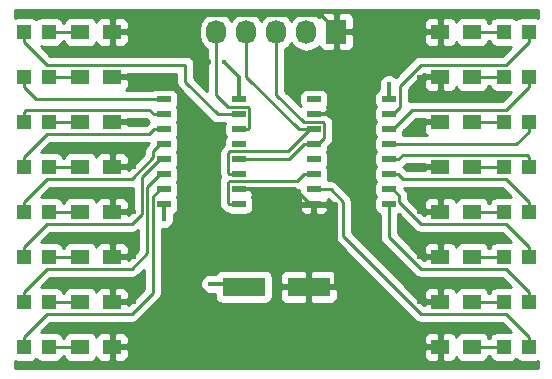
<source format=gbr>
G04 #@! TF.FileFunction,Copper,L1,Top,Signal*
%FSLAX46Y46*%
G04 Gerber Fmt 4.6, Leading zero omitted, Abs format (unit mm)*
G04 Created by KiCad (PCBNEW 4.0.1-stable) date 2016 January 27, Wednesday 21:53:49*
%MOMM*%
G01*
G04 APERTURE LIST*
%ADD10C,0.100000*%
%ADD11R,3.599180X1.600200*%
%ADD12R,1.198880X1.198880*%
%ADD13R,1.727200X2.032000*%
%ADD14O,1.727200X2.032000*%
%ADD15R,1.500000X1.300000*%
%ADD16R,1.143000X0.508000*%
%ADD17C,0.600000*%
%ADD18C,0.400000*%
%ADD19C,0.380000*%
%ADD20C,0.250000*%
%ADD21C,0.254000*%
G04 APERTURE END LIST*
D10*
D11*
X114510820Y-72390000D03*
X109009180Y-72390000D03*
D12*
X92489020Y-50800000D03*
X90390980Y-50800000D03*
X92489020Y-54610000D03*
X90390980Y-54610000D03*
X92489020Y-58420000D03*
X90390980Y-58420000D03*
X92489020Y-62230000D03*
X90390980Y-62230000D03*
X92489020Y-66040000D03*
X90390980Y-66040000D03*
X92489020Y-69850000D03*
X90390980Y-69850000D03*
X92489020Y-73660000D03*
X90390980Y-73660000D03*
X92489020Y-77470000D03*
X90390980Y-77470000D03*
X131030980Y-77470000D03*
X133129020Y-77470000D03*
X131030980Y-73660000D03*
X133129020Y-73660000D03*
X131030980Y-69850000D03*
X133129020Y-69850000D03*
X131030980Y-66040000D03*
X133129020Y-66040000D03*
X131030980Y-62230000D03*
X133129020Y-62230000D03*
X131030980Y-58420000D03*
X133129020Y-58420000D03*
X131030980Y-54610000D03*
X133129020Y-54610000D03*
X131030980Y-50800000D03*
X133129020Y-50800000D03*
D13*
X116840000Y-50800000D03*
D14*
X114300000Y-50800000D03*
X111760000Y-50800000D03*
X109220000Y-50800000D03*
X106680000Y-50800000D03*
D15*
X95170000Y-50800000D03*
X97870000Y-50800000D03*
X95170000Y-54610000D03*
X97870000Y-54610000D03*
X95170000Y-58420000D03*
X97870000Y-58420000D03*
X95170000Y-62230000D03*
X97870000Y-62230000D03*
X95170000Y-66040000D03*
X97870000Y-66040000D03*
X95170000Y-69850000D03*
X97870000Y-69850000D03*
X95170000Y-73660000D03*
X97870000Y-73660000D03*
X95170000Y-77470000D03*
X97870000Y-77470000D03*
X128350000Y-77470000D03*
X125650000Y-77470000D03*
X128350000Y-73660000D03*
X125650000Y-73660000D03*
X128350000Y-69850000D03*
X125650000Y-69850000D03*
X128350000Y-66040000D03*
X125650000Y-66040000D03*
X128350000Y-62230000D03*
X125650000Y-62230000D03*
X128350000Y-58420000D03*
X125650000Y-58420000D03*
X128350000Y-54610000D03*
X125650000Y-54610000D03*
X128350000Y-50800000D03*
X125650000Y-50800000D03*
D16*
X108585000Y-56515000D03*
X108585000Y-59055000D03*
X108585000Y-60325000D03*
X108585000Y-61595000D03*
X108585000Y-62865000D03*
X108585000Y-64135000D03*
X108585000Y-65405000D03*
X102235000Y-65405000D03*
X102235000Y-64135000D03*
X102235000Y-62865000D03*
X102235000Y-61595000D03*
X102235000Y-60325000D03*
X102235000Y-59055000D03*
X102235000Y-57785000D03*
X102235000Y-56515000D03*
X108585000Y-57785000D03*
X114935000Y-65405000D03*
X114935000Y-62865000D03*
X114935000Y-61595000D03*
X114935000Y-60325000D03*
X114935000Y-59055000D03*
X114935000Y-57785000D03*
X114935000Y-56515000D03*
X121285000Y-56515000D03*
X121285000Y-57785000D03*
X121285000Y-59055000D03*
X121285000Y-60325000D03*
X121285000Y-61595000D03*
X121285000Y-62865000D03*
X121285000Y-64135000D03*
X121285000Y-65405000D03*
X114935000Y-64135000D03*
D17*
X106004990Y-53340000D03*
D18*
X107315000Y-53340000D03*
X99695000Y-77470000D03*
X99695000Y-73660000D03*
X99695000Y-69850000D03*
X99695000Y-66040000D03*
X99695000Y-62230000D03*
X99695000Y-58420000D03*
X99695000Y-54610000D03*
X99695000Y-50800000D03*
X123825000Y-77470000D03*
X123825000Y-73660000D03*
X123825000Y-69850000D03*
X123825000Y-66040000D03*
X123825000Y-50800000D03*
X123825000Y-54610000D03*
X123825000Y-58420000D03*
X123825000Y-62230000D03*
X102235000Y-66675000D03*
X106172000Y-72136000D03*
X121285000Y-55245000D03*
D19*
X106004990Y-53340000D02*
X103464990Y-50800000D01*
X103464990Y-50800000D02*
X99695000Y-50800000D01*
X108585000Y-56515000D02*
X108585000Y-54610000D01*
X108585000Y-54610000D02*
X107315000Y-53340000D01*
X108585000Y-64135000D02*
X113347500Y-64135000D01*
X113347500Y-64135000D02*
X114617500Y-65405000D01*
X114617500Y-65405000D02*
X114935000Y-65405000D01*
X118745000Y-72390000D02*
X123825000Y-77470000D01*
X123825000Y-77470000D02*
X125650000Y-77470000D01*
X114510820Y-72390000D02*
X118745000Y-72390000D01*
X114510820Y-72390000D02*
X116840000Y-72390000D01*
X116840000Y-72390000D02*
X116840000Y-65405000D01*
X116840000Y-65405000D02*
X114935000Y-65405000D01*
X97870000Y-77470000D02*
X99695000Y-77470000D01*
X97870000Y-73660000D02*
X99695000Y-73660000D01*
X97870000Y-69850000D02*
X99695000Y-69850000D01*
X97870000Y-66040000D02*
X99695000Y-66040000D01*
X97870000Y-62230000D02*
X99695000Y-62230000D01*
X97870000Y-58420000D02*
X99695000Y-58420000D01*
X97870000Y-54610000D02*
X99695000Y-54610000D01*
X97870000Y-50800000D02*
X99695000Y-50800000D01*
X99695000Y-50800000D02*
X101151010Y-49343990D01*
X101151010Y-49343990D02*
X115536390Y-49343990D01*
X115536390Y-49343990D02*
X116840000Y-50647600D01*
X116840000Y-50647600D02*
X116840000Y-50800000D01*
X125650000Y-73660000D02*
X123825000Y-73660000D01*
X125650000Y-69850000D02*
X123825000Y-69850000D01*
X125650000Y-66040000D02*
X123825000Y-66040000D01*
X125650000Y-62230000D02*
X123825000Y-62230000D01*
X125650000Y-58420000D02*
X123825000Y-58420000D01*
X123825000Y-54610000D02*
X125650000Y-54610000D01*
X123825000Y-50800000D02*
X116840000Y-50800000D01*
X124520000Y-50800000D02*
X123825000Y-50800000D01*
X125650000Y-50800000D02*
X124520000Y-50800000D01*
X114935000Y-57785000D02*
X115252500Y-57785000D01*
X115252500Y-65405000D02*
X114935000Y-65405000D01*
X116840000Y-50800000D02*
X116840000Y-56831500D01*
X116840000Y-56831500D02*
X115886500Y-57785000D01*
X115886500Y-57785000D02*
X114935000Y-57785000D01*
X102235000Y-65405000D02*
X102235000Y-66675000D01*
X106172000Y-72136000D02*
X108755180Y-72136000D01*
X108755180Y-72136000D02*
X109009180Y-72390000D01*
X121285000Y-55245000D02*
X121285000Y-56515000D01*
D20*
X92489020Y-50800000D02*
X95170000Y-50800000D01*
X104067499Y-55045499D02*
X106807000Y-57785000D01*
X106807000Y-57785000D02*
X108585000Y-57785000D01*
X104067499Y-53584999D02*
X104067499Y-55045499D01*
X90390980Y-50800000D02*
X90390980Y-51649440D01*
X90390980Y-51649440D02*
X92326539Y-53584999D01*
X92326539Y-53584999D02*
X104067499Y-53584999D01*
X108267500Y-57785000D02*
X108585000Y-57785000D01*
X92489020Y-54610000D02*
X95170000Y-54610000D01*
X90390980Y-54610000D02*
X90390980Y-55459440D01*
X101413500Y-56515000D02*
X102235000Y-56515000D01*
X90390980Y-55459440D02*
X91446540Y-56515000D01*
X91446540Y-56515000D02*
X101413500Y-56515000D01*
X92489020Y-58420000D02*
X95170000Y-58420000D01*
X90390980Y-58420000D02*
X90390980Y-57570560D01*
X90390980Y-57570560D02*
X90566541Y-57394999D01*
X90566541Y-57394999D02*
X101023499Y-57394999D01*
X101413500Y-57785000D02*
X102235000Y-57785000D01*
X101023499Y-57394999D02*
X101413500Y-57785000D01*
X92489020Y-62230000D02*
X95170000Y-62230000D01*
X90390980Y-62230000D02*
X90390980Y-61380560D01*
X90390980Y-61380560D02*
X92326539Y-59445001D01*
X92326539Y-59445001D02*
X101023499Y-59445001D01*
X101023499Y-59445001D02*
X101413500Y-59055000D01*
X101413500Y-59055000D02*
X102235000Y-59055000D01*
X92489020Y-66040000D02*
X95170000Y-66040000D01*
X90390980Y-66040000D02*
X90390980Y-65190560D01*
X90390980Y-65190560D02*
X92326539Y-63255001D01*
X92326539Y-63255001D02*
X99521001Y-63255001D01*
X99521001Y-63255001D02*
X101338499Y-61437503D01*
X101338499Y-61437503D02*
X101338499Y-60904001D01*
X101338499Y-60904001D02*
X101917500Y-60325000D01*
X101917500Y-60325000D02*
X102235000Y-60325000D01*
X92489020Y-69850000D02*
X95170000Y-69850000D01*
X90390980Y-69850000D02*
X90390980Y-69000560D01*
X90390980Y-69000560D02*
X92326539Y-67065001D01*
X99521001Y-67065001D02*
X100388480Y-66197522D01*
X100388480Y-66197522D02*
X100388480Y-63124020D01*
X92326539Y-67065001D02*
X99521001Y-67065001D01*
X100388480Y-63124020D02*
X101917500Y-61595000D01*
X101917500Y-61595000D02*
X102235000Y-61595000D01*
X92489020Y-73660000D02*
X95170000Y-73660000D01*
X90390980Y-73660000D02*
X90390980Y-72810560D01*
X90390980Y-72810560D02*
X92326539Y-70875001D01*
X101917500Y-62865000D02*
X102235000Y-62865000D01*
X92326539Y-70875001D02*
X99521001Y-70875001D01*
X99521001Y-70875001D02*
X100838490Y-69557512D01*
X100838490Y-69557512D02*
X100838490Y-63944010D01*
X100838490Y-63944010D02*
X101917500Y-62865000D01*
X92489020Y-77470000D02*
X95170000Y-77470000D01*
X90390980Y-77470000D02*
X90390980Y-76620560D01*
X92326539Y-74685001D02*
X99521001Y-74685001D01*
X90390980Y-76620560D02*
X92326539Y-74685001D01*
X101288499Y-72917503D02*
X101288499Y-64764001D01*
X99521001Y-74685001D02*
X101288499Y-72917503D01*
X101288499Y-64764001D02*
X101917500Y-64135000D01*
X101917500Y-64135000D02*
X102235000Y-64135000D01*
X128350000Y-77470000D02*
X131030980Y-77470000D01*
X133129020Y-77470000D02*
X133129020Y-76620560D01*
X115756500Y-64135000D02*
X114935000Y-64135000D01*
X133129020Y-76620560D02*
X131193461Y-74685001D01*
X131193461Y-74685001D02*
X123998999Y-74685001D01*
X123998999Y-74685001D02*
X117405010Y-68091012D01*
X117405010Y-68091012D02*
X117405010Y-65170966D01*
X117405010Y-65170966D02*
X116369044Y-64135000D01*
X116369044Y-64135000D02*
X115756500Y-64135000D01*
X128350000Y-73660000D02*
X131030980Y-73660000D01*
X133129020Y-73660000D02*
X133129020Y-72810560D01*
X133129020Y-72810560D02*
X131193461Y-70875001D01*
X131193461Y-70875001D02*
X123998999Y-70875001D01*
X123998999Y-70875001D02*
X121285000Y-68161002D01*
X121285000Y-68161002D02*
X121285000Y-65909000D01*
X121285000Y-65909000D02*
X121285000Y-65405000D01*
X128350000Y-69850000D02*
X131030980Y-69850000D01*
X133129020Y-69850000D02*
X133129020Y-69000560D01*
X133129020Y-69000560D02*
X131193461Y-67065001D01*
X123998999Y-67065001D02*
X122181501Y-65247503D01*
X131193461Y-67065001D02*
X123998999Y-67065001D01*
X122181501Y-65247503D02*
X122181501Y-64714001D01*
X122181501Y-64714001D02*
X121602500Y-64135000D01*
X121602500Y-64135000D02*
X121285000Y-64135000D01*
X128350000Y-66040000D02*
X131030980Y-66040000D01*
X133129020Y-66040000D02*
X133129020Y-65190560D01*
X133129020Y-65190560D02*
X131193461Y-63255001D01*
X131193461Y-63255001D02*
X122496501Y-63255001D01*
X122496501Y-63255001D02*
X122106500Y-62865000D01*
X122106500Y-62865000D02*
X121285000Y-62865000D01*
X128350000Y-62230000D02*
X131030980Y-62230000D01*
X133129020Y-62230000D02*
X133129020Y-61380560D01*
X133129020Y-61380560D02*
X132953459Y-61204999D01*
X132953459Y-61204999D02*
X122496501Y-61204999D01*
X122496501Y-61204999D02*
X122106500Y-61595000D01*
X122106500Y-61595000D02*
X121285000Y-61595000D01*
X128350000Y-58420000D02*
X129350000Y-58420000D01*
X129350000Y-58420000D02*
X131030980Y-58420000D01*
X133129020Y-58420000D02*
X133129020Y-59269440D01*
X133129020Y-59269440D02*
X132073460Y-60325000D01*
X132073460Y-60325000D02*
X122106500Y-60325000D01*
X122106500Y-60325000D02*
X121285000Y-60325000D01*
X128350000Y-54610000D02*
X131030980Y-54610000D01*
X133129020Y-54610000D02*
X133129020Y-55459440D01*
X133129020Y-55459440D02*
X131193461Y-57394999D01*
X131193461Y-57394999D02*
X123262501Y-57394999D01*
X123262501Y-57394999D02*
X121602500Y-59055000D01*
X121602500Y-59055000D02*
X121285000Y-59055000D01*
X128350000Y-50800000D02*
X131030980Y-50800000D01*
X133129020Y-50800000D02*
X133129020Y-51649440D01*
X133129020Y-51649440D02*
X131193461Y-53584999D01*
X131193461Y-53584999D02*
X123998999Y-53584999D01*
X122231501Y-55352497D02*
X122231501Y-57155999D01*
X123998999Y-53584999D02*
X122231501Y-55352497D01*
X122231501Y-57155999D02*
X121602500Y-57785000D01*
X121602500Y-57785000D02*
X121285000Y-57785000D01*
X114935000Y-60325000D02*
X114113500Y-60325000D01*
X114113500Y-60325000D02*
X112843500Y-61595000D01*
X112843500Y-61595000D02*
X109406500Y-61595000D01*
X109406500Y-61595000D02*
X108585000Y-61595000D01*
X111760000Y-50800000D02*
X111760000Y-56110502D01*
X111760000Y-56110502D02*
X114069498Y-58420000D01*
X114069498Y-58420000D02*
X115710502Y-58420000D01*
X115710502Y-58420000D02*
X115831501Y-58540999D01*
X115831501Y-58540999D02*
X115831501Y-59745999D01*
X115831501Y-59745999D02*
X115252500Y-60325000D01*
X115252500Y-60325000D02*
X114935000Y-60325000D01*
X114617500Y-60325000D02*
X114935000Y-60325000D01*
X108585000Y-62865000D02*
X107763500Y-62865000D01*
X107763500Y-62865000D02*
X107688499Y-62789999D01*
X107688499Y-62789999D02*
X107688499Y-61080999D01*
X112768499Y-60904001D02*
X114617500Y-59055000D01*
X107688499Y-61080999D02*
X107865497Y-60904001D01*
X107865497Y-60904001D02*
X112768499Y-60904001D01*
X114617500Y-59055000D02*
X114935000Y-59055000D01*
X109220000Y-50800000D02*
X109220000Y-54610000D01*
X109220000Y-54610000D02*
X113665000Y-59055000D01*
X113665000Y-59055000D02*
X114935000Y-59055000D01*
X109220000Y-50800000D02*
X109220000Y-52066000D01*
X115252500Y-59055000D02*
X114935000Y-59055000D01*
X108585000Y-59055000D02*
X109406500Y-59055000D01*
X109481501Y-58979999D02*
X109481501Y-57270999D01*
X109406500Y-59055000D02*
X109481501Y-58979999D01*
X109481501Y-57270999D02*
X109354503Y-57144001D01*
X109354503Y-57144001D02*
X107713499Y-57144001D01*
X107713499Y-57144001D02*
X106680000Y-56110502D01*
X106680000Y-56110502D02*
X106680000Y-52066000D01*
X106680000Y-52066000D02*
X106680000Y-50800000D01*
X108585000Y-65405000D02*
X107763500Y-65405000D01*
X107775497Y-63444001D02*
X113534499Y-63444001D01*
X107763500Y-65405000D02*
X107638499Y-65279999D01*
X107638499Y-65279999D02*
X107638499Y-63580999D01*
X107638499Y-63580999D02*
X107775497Y-63444001D01*
X113534499Y-63444001D02*
X114113500Y-62865000D01*
X114113500Y-62865000D02*
X114935000Y-62865000D01*
D21*
G36*
X103307499Y-55045499D02*
X103365351Y-55336338D01*
X103530098Y-55582900D01*
X106269599Y-58322401D01*
X106516160Y-58487148D01*
X106564414Y-58496746D01*
X106807000Y-58545000D01*
X107419877Y-58545000D01*
X107417069Y-58549110D01*
X107366060Y-58801000D01*
X107366060Y-59309000D01*
X107410338Y-59544317D01*
X107504666Y-59690907D01*
X107417069Y-59819110D01*
X107366060Y-60071000D01*
X107366060Y-60341233D01*
X107328096Y-60366600D01*
X107151098Y-60543598D01*
X106986351Y-60790160D01*
X106928499Y-61080999D01*
X106928499Y-62789999D01*
X106986351Y-63080838D01*
X107031283Y-63148084D01*
X106936351Y-63290160D01*
X106878499Y-63580999D01*
X106878499Y-65279999D01*
X106936351Y-65570838D01*
X107101098Y-65817400D01*
X107226099Y-65942401D01*
X107472661Y-66107148D01*
X107574130Y-66127332D01*
X107761610Y-66255431D01*
X108013500Y-66306440D01*
X109156500Y-66306440D01*
X109391817Y-66262162D01*
X109607941Y-66123090D01*
X109752931Y-65910890D01*
X109797510Y-65690750D01*
X113728500Y-65690750D01*
X113728500Y-65785309D01*
X113825173Y-66018698D01*
X114003801Y-66197327D01*
X114237190Y-66294000D01*
X114649250Y-66294000D01*
X114808000Y-66135250D01*
X114808000Y-65532000D01*
X115062000Y-65532000D01*
X115062000Y-66135250D01*
X115220750Y-66294000D01*
X115632810Y-66294000D01*
X115866199Y-66197327D01*
X116044827Y-66018698D01*
X116141500Y-65785309D01*
X116141500Y-65690750D01*
X115982750Y-65532000D01*
X115062000Y-65532000D01*
X114808000Y-65532000D01*
X113887250Y-65532000D01*
X113728500Y-65690750D01*
X109797510Y-65690750D01*
X109803940Y-65659000D01*
X109803940Y-65151000D01*
X109759662Y-64915683D01*
X109668896Y-64774629D01*
X109694827Y-64748698D01*
X109791500Y-64515309D01*
X109791500Y-64420750D01*
X109632752Y-64262002D01*
X109791500Y-64262002D01*
X109791500Y-64204001D01*
X113534499Y-64204001D01*
X113716060Y-64167886D01*
X113716060Y-64389000D01*
X113760338Y-64624317D01*
X113851104Y-64765371D01*
X113825173Y-64791302D01*
X113728500Y-65024691D01*
X113728500Y-65119250D01*
X113887250Y-65278000D01*
X114808000Y-65278000D01*
X114808000Y-65258000D01*
X115062000Y-65258000D01*
X115062000Y-65278000D01*
X115982750Y-65278000D01*
X116141500Y-65119250D01*
X116141500Y-65024691D01*
X116111495Y-64952253D01*
X116645010Y-65485768D01*
X116645010Y-68091012D01*
X116702862Y-68381851D01*
X116867609Y-68628413D01*
X123461598Y-75222402D01*
X123708160Y-75387149D01*
X123998999Y-75445001D01*
X130878659Y-75445001D01*
X131663471Y-76229813D01*
X131630420Y-76223120D01*
X130431540Y-76223120D01*
X130196223Y-76267398D01*
X129980099Y-76406470D01*
X129835109Y-76618670D01*
X129816614Y-76710000D01*
X129726742Y-76710000D01*
X129703162Y-76584683D01*
X129564090Y-76368559D01*
X129351890Y-76223569D01*
X129100000Y-76172560D01*
X127600000Y-76172560D01*
X127364683Y-76216838D01*
X127148559Y-76355910D01*
X127003569Y-76568110D01*
X126996809Y-76601490D01*
X126938327Y-76460301D01*
X126759698Y-76281673D01*
X126526309Y-76185000D01*
X125935750Y-76185000D01*
X125777000Y-76343750D01*
X125777000Y-77343000D01*
X125797000Y-77343000D01*
X125797000Y-77597000D01*
X125777000Y-77597000D01*
X125777000Y-78596250D01*
X125935750Y-78755000D01*
X126526309Y-78755000D01*
X126759698Y-78658327D01*
X126938327Y-78479699D01*
X126994654Y-78343713D01*
X126996838Y-78355317D01*
X127135910Y-78571441D01*
X127348110Y-78716431D01*
X127600000Y-78767440D01*
X129100000Y-78767440D01*
X129335317Y-78723162D01*
X129551441Y-78584090D01*
X129696431Y-78371890D01*
X129725164Y-78230000D01*
X129814311Y-78230000D01*
X129828378Y-78304757D01*
X129967450Y-78520881D01*
X130179650Y-78665871D01*
X130431540Y-78716880D01*
X131630420Y-78716880D01*
X131865737Y-78672602D01*
X132081861Y-78533530D01*
X132082543Y-78532533D01*
X132277690Y-78665871D01*
X132529580Y-78716880D01*
X133728460Y-78716880D01*
X133910000Y-78682721D01*
X133910000Y-79300000D01*
X89610000Y-79300000D01*
X89610000Y-78680117D01*
X89791540Y-78716880D01*
X90990420Y-78716880D01*
X91225737Y-78672602D01*
X91441861Y-78533530D01*
X91442543Y-78532533D01*
X91637690Y-78665871D01*
X91889580Y-78716880D01*
X93088460Y-78716880D01*
X93323777Y-78672602D01*
X93539901Y-78533530D01*
X93684891Y-78321330D01*
X93703386Y-78230000D01*
X93793258Y-78230000D01*
X93816838Y-78355317D01*
X93955910Y-78571441D01*
X94168110Y-78716431D01*
X94420000Y-78767440D01*
X95920000Y-78767440D01*
X96155317Y-78723162D01*
X96371441Y-78584090D01*
X96516431Y-78371890D01*
X96523191Y-78338510D01*
X96581673Y-78479699D01*
X96760302Y-78658327D01*
X96993691Y-78755000D01*
X97584250Y-78755000D01*
X97743000Y-78596250D01*
X97743000Y-77597000D01*
X97997000Y-77597000D01*
X97997000Y-78596250D01*
X98155750Y-78755000D01*
X98746309Y-78755000D01*
X98979698Y-78658327D01*
X99158327Y-78479699D01*
X99255000Y-78246310D01*
X99255000Y-77755750D01*
X124265000Y-77755750D01*
X124265000Y-78246310D01*
X124361673Y-78479699D01*
X124540302Y-78658327D01*
X124773691Y-78755000D01*
X125364250Y-78755000D01*
X125523000Y-78596250D01*
X125523000Y-77597000D01*
X124423750Y-77597000D01*
X124265000Y-77755750D01*
X99255000Y-77755750D01*
X99096250Y-77597000D01*
X97997000Y-77597000D01*
X97743000Y-77597000D01*
X97723000Y-77597000D01*
X97723000Y-77343000D01*
X97743000Y-77343000D01*
X97743000Y-76343750D01*
X97997000Y-76343750D01*
X97997000Y-77343000D01*
X99096250Y-77343000D01*
X99255000Y-77184250D01*
X99255000Y-76693690D01*
X124265000Y-76693690D01*
X124265000Y-77184250D01*
X124423750Y-77343000D01*
X125523000Y-77343000D01*
X125523000Y-76343750D01*
X125364250Y-76185000D01*
X124773691Y-76185000D01*
X124540302Y-76281673D01*
X124361673Y-76460301D01*
X124265000Y-76693690D01*
X99255000Y-76693690D01*
X99158327Y-76460301D01*
X98979698Y-76281673D01*
X98746309Y-76185000D01*
X98155750Y-76185000D01*
X97997000Y-76343750D01*
X97743000Y-76343750D01*
X97584250Y-76185000D01*
X96993691Y-76185000D01*
X96760302Y-76281673D01*
X96581673Y-76460301D01*
X96525346Y-76596287D01*
X96523162Y-76584683D01*
X96384090Y-76368559D01*
X96171890Y-76223569D01*
X95920000Y-76172560D01*
X94420000Y-76172560D01*
X94184683Y-76216838D01*
X93968559Y-76355910D01*
X93823569Y-76568110D01*
X93794836Y-76710000D01*
X93705689Y-76710000D01*
X93691622Y-76635243D01*
X93552550Y-76419119D01*
X93340350Y-76274129D01*
X93088460Y-76223120D01*
X91889580Y-76223120D01*
X91857113Y-76229229D01*
X92641341Y-75445001D01*
X99521001Y-75445001D01*
X99811840Y-75387149D01*
X100058402Y-75222402D01*
X101825900Y-73454904D01*
X101990647Y-73208342D01*
X102048499Y-72917503D01*
X102048499Y-72301363D01*
X105336855Y-72301363D01*
X105463708Y-72608372D01*
X105698393Y-72843466D01*
X106005179Y-72970855D01*
X106337363Y-72971145D01*
X106361916Y-72961000D01*
X106562150Y-72961000D01*
X106562150Y-73190100D01*
X106606428Y-73425417D01*
X106745500Y-73641541D01*
X106957700Y-73786531D01*
X107209590Y-73837540D01*
X110808770Y-73837540D01*
X111044087Y-73793262D01*
X111260211Y-73654190D01*
X111405201Y-73441990D01*
X111456210Y-73190100D01*
X111456210Y-72675750D01*
X112076230Y-72675750D01*
X112076230Y-73316410D01*
X112172903Y-73549799D01*
X112351532Y-73728427D01*
X112584921Y-73825100D01*
X114225070Y-73825100D01*
X114383820Y-73666350D01*
X114383820Y-72517000D01*
X114637820Y-72517000D01*
X114637820Y-73666350D01*
X114796570Y-73825100D01*
X116436719Y-73825100D01*
X116670108Y-73728427D01*
X116848737Y-73549799D01*
X116945410Y-73316410D01*
X116945410Y-72675750D01*
X116786660Y-72517000D01*
X114637820Y-72517000D01*
X114383820Y-72517000D01*
X112234980Y-72517000D01*
X112076230Y-72675750D01*
X111456210Y-72675750D01*
X111456210Y-71589900D01*
X111432444Y-71463590D01*
X112076230Y-71463590D01*
X112076230Y-72104250D01*
X112234980Y-72263000D01*
X114383820Y-72263000D01*
X114383820Y-71113650D01*
X114637820Y-71113650D01*
X114637820Y-72263000D01*
X116786660Y-72263000D01*
X116945410Y-72104250D01*
X116945410Y-71463590D01*
X116848737Y-71230201D01*
X116670108Y-71051573D01*
X116436719Y-70954900D01*
X114796570Y-70954900D01*
X114637820Y-71113650D01*
X114383820Y-71113650D01*
X114225070Y-70954900D01*
X112584921Y-70954900D01*
X112351532Y-71051573D01*
X112172903Y-71230201D01*
X112076230Y-71463590D01*
X111432444Y-71463590D01*
X111411932Y-71354583D01*
X111272860Y-71138459D01*
X111060660Y-70993469D01*
X110808770Y-70942460D01*
X107209590Y-70942460D01*
X106974273Y-70986738D01*
X106758149Y-71125810D01*
X106631614Y-71311000D01*
X106362554Y-71311000D01*
X106338821Y-71301145D01*
X106006637Y-71300855D01*
X105699628Y-71427708D01*
X105464534Y-71662393D01*
X105337145Y-71969179D01*
X105336855Y-72301363D01*
X102048499Y-72301363D01*
X102048499Y-67501683D01*
X102068179Y-67509855D01*
X102400363Y-67510145D01*
X102707372Y-67383292D01*
X102942466Y-67148607D01*
X103069855Y-66841821D01*
X103070145Y-66509637D01*
X103060000Y-66485084D01*
X103060000Y-66250462D01*
X103257941Y-66123090D01*
X103402931Y-65910890D01*
X103453940Y-65659000D01*
X103453940Y-65151000D01*
X103409662Y-64915683D01*
X103315334Y-64769093D01*
X103402931Y-64640890D01*
X103453940Y-64389000D01*
X103453940Y-63881000D01*
X103409662Y-63645683D01*
X103315334Y-63499093D01*
X103402931Y-63370890D01*
X103453940Y-63119000D01*
X103453940Y-62611000D01*
X103409662Y-62375683D01*
X103315334Y-62229093D01*
X103402931Y-62100890D01*
X103453940Y-61849000D01*
X103453940Y-61341000D01*
X103409662Y-61105683D01*
X103315334Y-60959093D01*
X103402931Y-60830890D01*
X103453940Y-60579000D01*
X103453940Y-60071000D01*
X103409662Y-59835683D01*
X103315334Y-59689093D01*
X103402931Y-59560890D01*
X103453940Y-59309000D01*
X103453940Y-58801000D01*
X103409662Y-58565683D01*
X103315334Y-58419093D01*
X103402931Y-58290890D01*
X103453940Y-58039000D01*
X103453940Y-57531000D01*
X103409662Y-57295683D01*
X103315334Y-57149093D01*
X103402931Y-57020890D01*
X103453940Y-56769000D01*
X103453940Y-56261000D01*
X103409662Y-56025683D01*
X103270590Y-55809559D01*
X103058390Y-55664569D01*
X102806500Y-55613560D01*
X101663500Y-55613560D01*
X101428183Y-55657838D01*
X101277189Y-55755000D01*
X99023025Y-55755000D01*
X99158327Y-55619699D01*
X99255000Y-55386310D01*
X99255000Y-54895750D01*
X99096250Y-54737000D01*
X97997000Y-54737000D01*
X97997000Y-54757000D01*
X97743000Y-54757000D01*
X97743000Y-54737000D01*
X97723000Y-54737000D01*
X97723000Y-54483000D01*
X97743000Y-54483000D01*
X97743000Y-54463000D01*
X97997000Y-54463000D01*
X97997000Y-54483000D01*
X99096250Y-54483000D01*
X99234251Y-54344999D01*
X103307499Y-54344999D01*
X103307499Y-55045499D01*
X103307499Y-55045499D01*
G37*
X103307499Y-55045499D02*
X103365351Y-55336338D01*
X103530098Y-55582900D01*
X106269599Y-58322401D01*
X106516160Y-58487148D01*
X106564414Y-58496746D01*
X106807000Y-58545000D01*
X107419877Y-58545000D01*
X107417069Y-58549110D01*
X107366060Y-58801000D01*
X107366060Y-59309000D01*
X107410338Y-59544317D01*
X107504666Y-59690907D01*
X107417069Y-59819110D01*
X107366060Y-60071000D01*
X107366060Y-60341233D01*
X107328096Y-60366600D01*
X107151098Y-60543598D01*
X106986351Y-60790160D01*
X106928499Y-61080999D01*
X106928499Y-62789999D01*
X106986351Y-63080838D01*
X107031283Y-63148084D01*
X106936351Y-63290160D01*
X106878499Y-63580999D01*
X106878499Y-65279999D01*
X106936351Y-65570838D01*
X107101098Y-65817400D01*
X107226099Y-65942401D01*
X107472661Y-66107148D01*
X107574130Y-66127332D01*
X107761610Y-66255431D01*
X108013500Y-66306440D01*
X109156500Y-66306440D01*
X109391817Y-66262162D01*
X109607941Y-66123090D01*
X109752931Y-65910890D01*
X109797510Y-65690750D01*
X113728500Y-65690750D01*
X113728500Y-65785309D01*
X113825173Y-66018698D01*
X114003801Y-66197327D01*
X114237190Y-66294000D01*
X114649250Y-66294000D01*
X114808000Y-66135250D01*
X114808000Y-65532000D01*
X115062000Y-65532000D01*
X115062000Y-66135250D01*
X115220750Y-66294000D01*
X115632810Y-66294000D01*
X115866199Y-66197327D01*
X116044827Y-66018698D01*
X116141500Y-65785309D01*
X116141500Y-65690750D01*
X115982750Y-65532000D01*
X115062000Y-65532000D01*
X114808000Y-65532000D01*
X113887250Y-65532000D01*
X113728500Y-65690750D01*
X109797510Y-65690750D01*
X109803940Y-65659000D01*
X109803940Y-65151000D01*
X109759662Y-64915683D01*
X109668896Y-64774629D01*
X109694827Y-64748698D01*
X109791500Y-64515309D01*
X109791500Y-64420750D01*
X109632752Y-64262002D01*
X109791500Y-64262002D01*
X109791500Y-64204001D01*
X113534499Y-64204001D01*
X113716060Y-64167886D01*
X113716060Y-64389000D01*
X113760338Y-64624317D01*
X113851104Y-64765371D01*
X113825173Y-64791302D01*
X113728500Y-65024691D01*
X113728500Y-65119250D01*
X113887250Y-65278000D01*
X114808000Y-65278000D01*
X114808000Y-65258000D01*
X115062000Y-65258000D01*
X115062000Y-65278000D01*
X115982750Y-65278000D01*
X116141500Y-65119250D01*
X116141500Y-65024691D01*
X116111495Y-64952253D01*
X116645010Y-65485768D01*
X116645010Y-68091012D01*
X116702862Y-68381851D01*
X116867609Y-68628413D01*
X123461598Y-75222402D01*
X123708160Y-75387149D01*
X123998999Y-75445001D01*
X130878659Y-75445001D01*
X131663471Y-76229813D01*
X131630420Y-76223120D01*
X130431540Y-76223120D01*
X130196223Y-76267398D01*
X129980099Y-76406470D01*
X129835109Y-76618670D01*
X129816614Y-76710000D01*
X129726742Y-76710000D01*
X129703162Y-76584683D01*
X129564090Y-76368559D01*
X129351890Y-76223569D01*
X129100000Y-76172560D01*
X127600000Y-76172560D01*
X127364683Y-76216838D01*
X127148559Y-76355910D01*
X127003569Y-76568110D01*
X126996809Y-76601490D01*
X126938327Y-76460301D01*
X126759698Y-76281673D01*
X126526309Y-76185000D01*
X125935750Y-76185000D01*
X125777000Y-76343750D01*
X125777000Y-77343000D01*
X125797000Y-77343000D01*
X125797000Y-77597000D01*
X125777000Y-77597000D01*
X125777000Y-78596250D01*
X125935750Y-78755000D01*
X126526309Y-78755000D01*
X126759698Y-78658327D01*
X126938327Y-78479699D01*
X126994654Y-78343713D01*
X126996838Y-78355317D01*
X127135910Y-78571441D01*
X127348110Y-78716431D01*
X127600000Y-78767440D01*
X129100000Y-78767440D01*
X129335317Y-78723162D01*
X129551441Y-78584090D01*
X129696431Y-78371890D01*
X129725164Y-78230000D01*
X129814311Y-78230000D01*
X129828378Y-78304757D01*
X129967450Y-78520881D01*
X130179650Y-78665871D01*
X130431540Y-78716880D01*
X131630420Y-78716880D01*
X131865737Y-78672602D01*
X132081861Y-78533530D01*
X132082543Y-78532533D01*
X132277690Y-78665871D01*
X132529580Y-78716880D01*
X133728460Y-78716880D01*
X133910000Y-78682721D01*
X133910000Y-79300000D01*
X89610000Y-79300000D01*
X89610000Y-78680117D01*
X89791540Y-78716880D01*
X90990420Y-78716880D01*
X91225737Y-78672602D01*
X91441861Y-78533530D01*
X91442543Y-78532533D01*
X91637690Y-78665871D01*
X91889580Y-78716880D01*
X93088460Y-78716880D01*
X93323777Y-78672602D01*
X93539901Y-78533530D01*
X93684891Y-78321330D01*
X93703386Y-78230000D01*
X93793258Y-78230000D01*
X93816838Y-78355317D01*
X93955910Y-78571441D01*
X94168110Y-78716431D01*
X94420000Y-78767440D01*
X95920000Y-78767440D01*
X96155317Y-78723162D01*
X96371441Y-78584090D01*
X96516431Y-78371890D01*
X96523191Y-78338510D01*
X96581673Y-78479699D01*
X96760302Y-78658327D01*
X96993691Y-78755000D01*
X97584250Y-78755000D01*
X97743000Y-78596250D01*
X97743000Y-77597000D01*
X97997000Y-77597000D01*
X97997000Y-78596250D01*
X98155750Y-78755000D01*
X98746309Y-78755000D01*
X98979698Y-78658327D01*
X99158327Y-78479699D01*
X99255000Y-78246310D01*
X99255000Y-77755750D01*
X124265000Y-77755750D01*
X124265000Y-78246310D01*
X124361673Y-78479699D01*
X124540302Y-78658327D01*
X124773691Y-78755000D01*
X125364250Y-78755000D01*
X125523000Y-78596250D01*
X125523000Y-77597000D01*
X124423750Y-77597000D01*
X124265000Y-77755750D01*
X99255000Y-77755750D01*
X99096250Y-77597000D01*
X97997000Y-77597000D01*
X97743000Y-77597000D01*
X97723000Y-77597000D01*
X97723000Y-77343000D01*
X97743000Y-77343000D01*
X97743000Y-76343750D01*
X97997000Y-76343750D01*
X97997000Y-77343000D01*
X99096250Y-77343000D01*
X99255000Y-77184250D01*
X99255000Y-76693690D01*
X124265000Y-76693690D01*
X124265000Y-77184250D01*
X124423750Y-77343000D01*
X125523000Y-77343000D01*
X125523000Y-76343750D01*
X125364250Y-76185000D01*
X124773691Y-76185000D01*
X124540302Y-76281673D01*
X124361673Y-76460301D01*
X124265000Y-76693690D01*
X99255000Y-76693690D01*
X99158327Y-76460301D01*
X98979698Y-76281673D01*
X98746309Y-76185000D01*
X98155750Y-76185000D01*
X97997000Y-76343750D01*
X97743000Y-76343750D01*
X97584250Y-76185000D01*
X96993691Y-76185000D01*
X96760302Y-76281673D01*
X96581673Y-76460301D01*
X96525346Y-76596287D01*
X96523162Y-76584683D01*
X96384090Y-76368559D01*
X96171890Y-76223569D01*
X95920000Y-76172560D01*
X94420000Y-76172560D01*
X94184683Y-76216838D01*
X93968559Y-76355910D01*
X93823569Y-76568110D01*
X93794836Y-76710000D01*
X93705689Y-76710000D01*
X93691622Y-76635243D01*
X93552550Y-76419119D01*
X93340350Y-76274129D01*
X93088460Y-76223120D01*
X91889580Y-76223120D01*
X91857113Y-76229229D01*
X92641341Y-75445001D01*
X99521001Y-75445001D01*
X99811840Y-75387149D01*
X100058402Y-75222402D01*
X101825900Y-73454904D01*
X101990647Y-73208342D01*
X102048499Y-72917503D01*
X102048499Y-72301363D01*
X105336855Y-72301363D01*
X105463708Y-72608372D01*
X105698393Y-72843466D01*
X106005179Y-72970855D01*
X106337363Y-72971145D01*
X106361916Y-72961000D01*
X106562150Y-72961000D01*
X106562150Y-73190100D01*
X106606428Y-73425417D01*
X106745500Y-73641541D01*
X106957700Y-73786531D01*
X107209590Y-73837540D01*
X110808770Y-73837540D01*
X111044087Y-73793262D01*
X111260211Y-73654190D01*
X111405201Y-73441990D01*
X111456210Y-73190100D01*
X111456210Y-72675750D01*
X112076230Y-72675750D01*
X112076230Y-73316410D01*
X112172903Y-73549799D01*
X112351532Y-73728427D01*
X112584921Y-73825100D01*
X114225070Y-73825100D01*
X114383820Y-73666350D01*
X114383820Y-72517000D01*
X114637820Y-72517000D01*
X114637820Y-73666350D01*
X114796570Y-73825100D01*
X116436719Y-73825100D01*
X116670108Y-73728427D01*
X116848737Y-73549799D01*
X116945410Y-73316410D01*
X116945410Y-72675750D01*
X116786660Y-72517000D01*
X114637820Y-72517000D01*
X114383820Y-72517000D01*
X112234980Y-72517000D01*
X112076230Y-72675750D01*
X111456210Y-72675750D01*
X111456210Y-71589900D01*
X111432444Y-71463590D01*
X112076230Y-71463590D01*
X112076230Y-72104250D01*
X112234980Y-72263000D01*
X114383820Y-72263000D01*
X114383820Y-71113650D01*
X114637820Y-71113650D01*
X114637820Y-72263000D01*
X116786660Y-72263000D01*
X116945410Y-72104250D01*
X116945410Y-71463590D01*
X116848737Y-71230201D01*
X116670108Y-71051573D01*
X116436719Y-70954900D01*
X114796570Y-70954900D01*
X114637820Y-71113650D01*
X114383820Y-71113650D01*
X114225070Y-70954900D01*
X112584921Y-70954900D01*
X112351532Y-71051573D01*
X112172903Y-71230201D01*
X112076230Y-71463590D01*
X111432444Y-71463590D01*
X111411932Y-71354583D01*
X111272860Y-71138459D01*
X111060660Y-70993469D01*
X110808770Y-70942460D01*
X107209590Y-70942460D01*
X106974273Y-70986738D01*
X106758149Y-71125810D01*
X106631614Y-71311000D01*
X106362554Y-71311000D01*
X106338821Y-71301145D01*
X106006637Y-71300855D01*
X105699628Y-71427708D01*
X105464534Y-71662393D01*
X105337145Y-71969179D01*
X105336855Y-72301363D01*
X102048499Y-72301363D01*
X102048499Y-67501683D01*
X102068179Y-67509855D01*
X102400363Y-67510145D01*
X102707372Y-67383292D01*
X102942466Y-67148607D01*
X103069855Y-66841821D01*
X103070145Y-66509637D01*
X103060000Y-66485084D01*
X103060000Y-66250462D01*
X103257941Y-66123090D01*
X103402931Y-65910890D01*
X103453940Y-65659000D01*
X103453940Y-65151000D01*
X103409662Y-64915683D01*
X103315334Y-64769093D01*
X103402931Y-64640890D01*
X103453940Y-64389000D01*
X103453940Y-63881000D01*
X103409662Y-63645683D01*
X103315334Y-63499093D01*
X103402931Y-63370890D01*
X103453940Y-63119000D01*
X103453940Y-62611000D01*
X103409662Y-62375683D01*
X103315334Y-62229093D01*
X103402931Y-62100890D01*
X103453940Y-61849000D01*
X103453940Y-61341000D01*
X103409662Y-61105683D01*
X103315334Y-60959093D01*
X103402931Y-60830890D01*
X103453940Y-60579000D01*
X103453940Y-60071000D01*
X103409662Y-59835683D01*
X103315334Y-59689093D01*
X103402931Y-59560890D01*
X103453940Y-59309000D01*
X103453940Y-58801000D01*
X103409662Y-58565683D01*
X103315334Y-58419093D01*
X103402931Y-58290890D01*
X103453940Y-58039000D01*
X103453940Y-57531000D01*
X103409662Y-57295683D01*
X103315334Y-57149093D01*
X103402931Y-57020890D01*
X103453940Y-56769000D01*
X103453940Y-56261000D01*
X103409662Y-56025683D01*
X103270590Y-55809559D01*
X103058390Y-55664569D01*
X102806500Y-55613560D01*
X101663500Y-55613560D01*
X101428183Y-55657838D01*
X101277189Y-55755000D01*
X99023025Y-55755000D01*
X99158327Y-55619699D01*
X99255000Y-55386310D01*
X99255000Y-54895750D01*
X99096250Y-54737000D01*
X97997000Y-54737000D01*
X97997000Y-54757000D01*
X97743000Y-54757000D01*
X97743000Y-54737000D01*
X97723000Y-54737000D01*
X97723000Y-54483000D01*
X97743000Y-54483000D01*
X97743000Y-54463000D01*
X97997000Y-54463000D01*
X97997000Y-54483000D01*
X99096250Y-54483000D01*
X99234251Y-54344999D01*
X103307499Y-54344999D01*
X103307499Y-55045499D01*
G36*
X133910000Y-49589883D02*
X133728460Y-49553120D01*
X132529580Y-49553120D01*
X132294263Y-49597398D01*
X132078139Y-49736470D01*
X132077457Y-49737467D01*
X131882310Y-49604129D01*
X131630420Y-49553120D01*
X130431540Y-49553120D01*
X130196223Y-49597398D01*
X129980099Y-49736470D01*
X129835109Y-49948670D01*
X129816614Y-50040000D01*
X129726742Y-50040000D01*
X129703162Y-49914683D01*
X129564090Y-49698559D01*
X129351890Y-49553569D01*
X129100000Y-49502560D01*
X127600000Y-49502560D01*
X127364683Y-49546838D01*
X127148559Y-49685910D01*
X127003569Y-49898110D01*
X126996809Y-49931490D01*
X126938327Y-49790301D01*
X126759698Y-49611673D01*
X126526309Y-49515000D01*
X125935750Y-49515000D01*
X125777000Y-49673750D01*
X125777000Y-50673000D01*
X125797000Y-50673000D01*
X125797000Y-50927000D01*
X125777000Y-50927000D01*
X125777000Y-51926250D01*
X125935750Y-52085000D01*
X126526309Y-52085000D01*
X126759698Y-51988327D01*
X126938327Y-51809699D01*
X126994654Y-51673713D01*
X126996838Y-51685317D01*
X127135910Y-51901441D01*
X127348110Y-52046431D01*
X127600000Y-52097440D01*
X129100000Y-52097440D01*
X129335317Y-52053162D01*
X129551441Y-51914090D01*
X129696431Y-51701890D01*
X129725164Y-51560000D01*
X129814311Y-51560000D01*
X129828378Y-51634757D01*
X129967450Y-51850881D01*
X130179650Y-51995871D01*
X130431540Y-52046880D01*
X131630420Y-52046880D01*
X131662887Y-52040771D01*
X130878659Y-52824999D01*
X123998999Y-52824999D01*
X123708160Y-52882851D01*
X123461598Y-53047598D01*
X121865042Y-54644154D01*
X121758607Y-54537534D01*
X121451821Y-54410145D01*
X121119637Y-54409855D01*
X120812628Y-54536708D01*
X120577534Y-54771393D01*
X120450145Y-55078179D01*
X120449855Y-55410363D01*
X120460000Y-55434916D01*
X120460000Y-55669538D01*
X120262059Y-55796910D01*
X120117069Y-56009110D01*
X120066060Y-56261000D01*
X120066060Y-56769000D01*
X120110338Y-57004317D01*
X120204666Y-57150907D01*
X120117069Y-57279110D01*
X120066060Y-57531000D01*
X120066060Y-58039000D01*
X120110338Y-58274317D01*
X120204666Y-58420907D01*
X120117069Y-58549110D01*
X120066060Y-58801000D01*
X120066060Y-59309000D01*
X120110338Y-59544317D01*
X120204666Y-59690907D01*
X120117069Y-59819110D01*
X120066060Y-60071000D01*
X120066060Y-60579000D01*
X120110338Y-60814317D01*
X120204666Y-60960907D01*
X120117069Y-61089110D01*
X120066060Y-61341000D01*
X120066060Y-61849000D01*
X120110338Y-62084317D01*
X120204666Y-62230907D01*
X120117069Y-62359110D01*
X120066060Y-62611000D01*
X120066060Y-63119000D01*
X120110338Y-63354317D01*
X120204666Y-63500907D01*
X120117069Y-63629110D01*
X120066060Y-63881000D01*
X120066060Y-64389000D01*
X120110338Y-64624317D01*
X120204666Y-64770907D01*
X120117069Y-64899110D01*
X120066060Y-65151000D01*
X120066060Y-65659000D01*
X120110338Y-65894317D01*
X120249410Y-66110441D01*
X120461610Y-66255431D01*
X120525000Y-66268268D01*
X120525000Y-68161002D01*
X120582852Y-68451841D01*
X120747599Y-68698403D01*
X123461598Y-71412402D01*
X123708159Y-71577149D01*
X123998999Y-71635001D01*
X130878659Y-71635001D01*
X131663471Y-72419813D01*
X131630420Y-72413120D01*
X130431540Y-72413120D01*
X130196223Y-72457398D01*
X129980099Y-72596470D01*
X129835109Y-72808670D01*
X129816614Y-72900000D01*
X129726742Y-72900000D01*
X129703162Y-72774683D01*
X129564090Y-72558559D01*
X129351890Y-72413569D01*
X129100000Y-72362560D01*
X127600000Y-72362560D01*
X127364683Y-72406838D01*
X127148559Y-72545910D01*
X127003569Y-72758110D01*
X126996809Y-72791490D01*
X126938327Y-72650301D01*
X126759698Y-72471673D01*
X126526309Y-72375000D01*
X125935750Y-72375000D01*
X125777000Y-72533750D01*
X125777000Y-73533000D01*
X125797000Y-73533000D01*
X125797000Y-73787000D01*
X125777000Y-73787000D01*
X125777000Y-73807000D01*
X125523000Y-73807000D01*
X125523000Y-73787000D01*
X124423750Y-73787000D01*
X124299775Y-73910975D01*
X123272490Y-72883690D01*
X124265000Y-72883690D01*
X124265000Y-73374250D01*
X124423750Y-73533000D01*
X125523000Y-73533000D01*
X125523000Y-72533750D01*
X125364250Y-72375000D01*
X124773691Y-72375000D01*
X124540302Y-72471673D01*
X124361673Y-72650301D01*
X124265000Y-72883690D01*
X123272490Y-72883690D01*
X118165010Y-67776210D01*
X118165010Y-65170966D01*
X118128838Y-64989119D01*
X118107158Y-64880126D01*
X117942411Y-64633565D01*
X116906445Y-63597599D01*
X116659883Y-63432852D01*
X116369044Y-63375000D01*
X116100123Y-63375000D01*
X116102931Y-63370890D01*
X116153940Y-63119000D01*
X116153940Y-62611000D01*
X116109662Y-62375683D01*
X116015334Y-62229093D01*
X116102931Y-62100890D01*
X116153940Y-61849000D01*
X116153940Y-61341000D01*
X116109662Y-61105683D01*
X116015334Y-60959093D01*
X116102931Y-60830890D01*
X116153940Y-60579000D01*
X116153940Y-60498362D01*
X116368902Y-60283400D01*
X116533649Y-60036838D01*
X116591501Y-59745999D01*
X116591501Y-58540999D01*
X116542568Y-58295000D01*
X116533649Y-58250159D01*
X116368902Y-58003598D01*
X116247903Y-57882599D01*
X116001341Y-57717852D01*
X115710502Y-57660000D01*
X114788000Y-57660000D01*
X114788000Y-57658000D01*
X114808000Y-57658000D01*
X114808000Y-57638000D01*
X115062000Y-57638000D01*
X115062000Y-57658000D01*
X115982750Y-57658000D01*
X116141500Y-57499250D01*
X116141500Y-57404691D01*
X116044827Y-57171302D01*
X116018291Y-57144765D01*
X116102931Y-57020890D01*
X116153940Y-56769000D01*
X116153940Y-56261000D01*
X116109662Y-56025683D01*
X115970590Y-55809559D01*
X115758390Y-55664569D01*
X115506500Y-55613560D01*
X114363500Y-55613560D01*
X114128183Y-55657838D01*
X113912059Y-55796910D01*
X113767069Y-56009110D01*
X113716060Y-56261000D01*
X113716060Y-56769000D01*
X113760338Y-57004317D01*
X113817592Y-57093292D01*
X112520000Y-55795700D01*
X112520000Y-52244648D01*
X112819670Y-52044415D01*
X113030000Y-51729634D01*
X113240330Y-52044415D01*
X113726511Y-52369271D01*
X114300000Y-52483345D01*
X114873489Y-52369271D01*
X115359670Y-52044415D01*
X115374500Y-52022220D01*
X115438073Y-52175698D01*
X115616701Y-52354327D01*
X115850090Y-52451000D01*
X116554250Y-52451000D01*
X116713000Y-52292250D01*
X116713000Y-50927000D01*
X116967000Y-50927000D01*
X116967000Y-52292250D01*
X117125750Y-52451000D01*
X117829910Y-52451000D01*
X118063299Y-52354327D01*
X118241927Y-52175698D01*
X118338600Y-51942309D01*
X118338600Y-51085750D01*
X124265000Y-51085750D01*
X124265000Y-51576310D01*
X124361673Y-51809699D01*
X124540302Y-51988327D01*
X124773691Y-52085000D01*
X125364250Y-52085000D01*
X125523000Y-51926250D01*
X125523000Y-50927000D01*
X124423750Y-50927000D01*
X124265000Y-51085750D01*
X118338600Y-51085750D01*
X118179850Y-50927000D01*
X116967000Y-50927000D01*
X116713000Y-50927000D01*
X116693000Y-50927000D01*
X116693000Y-50673000D01*
X116713000Y-50673000D01*
X116713000Y-49307750D01*
X116967000Y-49307750D01*
X116967000Y-50673000D01*
X118179850Y-50673000D01*
X118338600Y-50514250D01*
X118338600Y-50023690D01*
X124265000Y-50023690D01*
X124265000Y-50514250D01*
X124423750Y-50673000D01*
X125523000Y-50673000D01*
X125523000Y-49673750D01*
X125364250Y-49515000D01*
X124773691Y-49515000D01*
X124540302Y-49611673D01*
X124361673Y-49790301D01*
X124265000Y-50023690D01*
X118338600Y-50023690D01*
X118338600Y-49657691D01*
X118241927Y-49424302D01*
X118063299Y-49245673D01*
X117829910Y-49149000D01*
X117125750Y-49149000D01*
X116967000Y-49307750D01*
X116713000Y-49307750D01*
X116554250Y-49149000D01*
X115850090Y-49149000D01*
X115616701Y-49245673D01*
X115438073Y-49424302D01*
X115374500Y-49577780D01*
X115359670Y-49555585D01*
X114873489Y-49230729D01*
X114300000Y-49116655D01*
X113726511Y-49230729D01*
X113240330Y-49555585D01*
X113030000Y-49870366D01*
X112819670Y-49555585D01*
X112333489Y-49230729D01*
X111760000Y-49116655D01*
X111186511Y-49230729D01*
X110700330Y-49555585D01*
X110490000Y-49870366D01*
X110279670Y-49555585D01*
X109793489Y-49230729D01*
X109220000Y-49116655D01*
X108646511Y-49230729D01*
X108160330Y-49555585D01*
X107950000Y-49870366D01*
X107739670Y-49555585D01*
X107253489Y-49230729D01*
X106680000Y-49116655D01*
X106106511Y-49230729D01*
X105620330Y-49555585D01*
X105295474Y-50041766D01*
X105181400Y-50615255D01*
X105181400Y-50984745D01*
X105295474Y-51558234D01*
X105620330Y-52044415D01*
X105920000Y-52244648D01*
X105920000Y-55823198D01*
X104827499Y-54730697D01*
X104827499Y-53584999D01*
X104769647Y-53294160D01*
X104604900Y-53047598D01*
X104358338Y-52882851D01*
X104067499Y-52824999D01*
X92641341Y-52824999D01*
X91856529Y-52040187D01*
X91889580Y-52046880D01*
X93088460Y-52046880D01*
X93323777Y-52002602D01*
X93539901Y-51863530D01*
X93684891Y-51651330D01*
X93703386Y-51560000D01*
X93793258Y-51560000D01*
X93816838Y-51685317D01*
X93955910Y-51901441D01*
X94168110Y-52046431D01*
X94420000Y-52097440D01*
X95920000Y-52097440D01*
X96155317Y-52053162D01*
X96371441Y-51914090D01*
X96516431Y-51701890D01*
X96523191Y-51668510D01*
X96581673Y-51809699D01*
X96760302Y-51988327D01*
X96993691Y-52085000D01*
X97584250Y-52085000D01*
X97743000Y-51926250D01*
X97743000Y-50927000D01*
X97997000Y-50927000D01*
X97997000Y-51926250D01*
X98155750Y-52085000D01*
X98746309Y-52085000D01*
X98979698Y-51988327D01*
X99158327Y-51809699D01*
X99255000Y-51576310D01*
X99255000Y-51085750D01*
X99096250Y-50927000D01*
X97997000Y-50927000D01*
X97743000Y-50927000D01*
X97723000Y-50927000D01*
X97723000Y-50673000D01*
X97743000Y-50673000D01*
X97743000Y-49673750D01*
X97997000Y-49673750D01*
X97997000Y-50673000D01*
X99096250Y-50673000D01*
X99255000Y-50514250D01*
X99255000Y-50023690D01*
X99158327Y-49790301D01*
X98979698Y-49611673D01*
X98746309Y-49515000D01*
X98155750Y-49515000D01*
X97997000Y-49673750D01*
X97743000Y-49673750D01*
X97584250Y-49515000D01*
X96993691Y-49515000D01*
X96760302Y-49611673D01*
X96581673Y-49790301D01*
X96525346Y-49926287D01*
X96523162Y-49914683D01*
X96384090Y-49698559D01*
X96171890Y-49553569D01*
X95920000Y-49502560D01*
X94420000Y-49502560D01*
X94184683Y-49546838D01*
X93968559Y-49685910D01*
X93823569Y-49898110D01*
X93794836Y-50040000D01*
X93705689Y-50040000D01*
X93691622Y-49965243D01*
X93552550Y-49749119D01*
X93340350Y-49604129D01*
X93088460Y-49553120D01*
X91889580Y-49553120D01*
X91654263Y-49597398D01*
X91438139Y-49736470D01*
X91437457Y-49737467D01*
X91242310Y-49604129D01*
X90990420Y-49553120D01*
X89791540Y-49553120D01*
X89610000Y-49587279D01*
X89610000Y-48970000D01*
X133910000Y-48970000D01*
X133910000Y-49589883D01*
X133910000Y-49589883D01*
G37*
X133910000Y-49589883D02*
X133728460Y-49553120D01*
X132529580Y-49553120D01*
X132294263Y-49597398D01*
X132078139Y-49736470D01*
X132077457Y-49737467D01*
X131882310Y-49604129D01*
X131630420Y-49553120D01*
X130431540Y-49553120D01*
X130196223Y-49597398D01*
X129980099Y-49736470D01*
X129835109Y-49948670D01*
X129816614Y-50040000D01*
X129726742Y-50040000D01*
X129703162Y-49914683D01*
X129564090Y-49698559D01*
X129351890Y-49553569D01*
X129100000Y-49502560D01*
X127600000Y-49502560D01*
X127364683Y-49546838D01*
X127148559Y-49685910D01*
X127003569Y-49898110D01*
X126996809Y-49931490D01*
X126938327Y-49790301D01*
X126759698Y-49611673D01*
X126526309Y-49515000D01*
X125935750Y-49515000D01*
X125777000Y-49673750D01*
X125777000Y-50673000D01*
X125797000Y-50673000D01*
X125797000Y-50927000D01*
X125777000Y-50927000D01*
X125777000Y-51926250D01*
X125935750Y-52085000D01*
X126526309Y-52085000D01*
X126759698Y-51988327D01*
X126938327Y-51809699D01*
X126994654Y-51673713D01*
X126996838Y-51685317D01*
X127135910Y-51901441D01*
X127348110Y-52046431D01*
X127600000Y-52097440D01*
X129100000Y-52097440D01*
X129335317Y-52053162D01*
X129551441Y-51914090D01*
X129696431Y-51701890D01*
X129725164Y-51560000D01*
X129814311Y-51560000D01*
X129828378Y-51634757D01*
X129967450Y-51850881D01*
X130179650Y-51995871D01*
X130431540Y-52046880D01*
X131630420Y-52046880D01*
X131662887Y-52040771D01*
X130878659Y-52824999D01*
X123998999Y-52824999D01*
X123708160Y-52882851D01*
X123461598Y-53047598D01*
X121865042Y-54644154D01*
X121758607Y-54537534D01*
X121451821Y-54410145D01*
X121119637Y-54409855D01*
X120812628Y-54536708D01*
X120577534Y-54771393D01*
X120450145Y-55078179D01*
X120449855Y-55410363D01*
X120460000Y-55434916D01*
X120460000Y-55669538D01*
X120262059Y-55796910D01*
X120117069Y-56009110D01*
X120066060Y-56261000D01*
X120066060Y-56769000D01*
X120110338Y-57004317D01*
X120204666Y-57150907D01*
X120117069Y-57279110D01*
X120066060Y-57531000D01*
X120066060Y-58039000D01*
X120110338Y-58274317D01*
X120204666Y-58420907D01*
X120117069Y-58549110D01*
X120066060Y-58801000D01*
X120066060Y-59309000D01*
X120110338Y-59544317D01*
X120204666Y-59690907D01*
X120117069Y-59819110D01*
X120066060Y-60071000D01*
X120066060Y-60579000D01*
X120110338Y-60814317D01*
X120204666Y-60960907D01*
X120117069Y-61089110D01*
X120066060Y-61341000D01*
X120066060Y-61849000D01*
X120110338Y-62084317D01*
X120204666Y-62230907D01*
X120117069Y-62359110D01*
X120066060Y-62611000D01*
X120066060Y-63119000D01*
X120110338Y-63354317D01*
X120204666Y-63500907D01*
X120117069Y-63629110D01*
X120066060Y-63881000D01*
X120066060Y-64389000D01*
X120110338Y-64624317D01*
X120204666Y-64770907D01*
X120117069Y-64899110D01*
X120066060Y-65151000D01*
X120066060Y-65659000D01*
X120110338Y-65894317D01*
X120249410Y-66110441D01*
X120461610Y-66255431D01*
X120525000Y-66268268D01*
X120525000Y-68161002D01*
X120582852Y-68451841D01*
X120747599Y-68698403D01*
X123461598Y-71412402D01*
X123708159Y-71577149D01*
X123998999Y-71635001D01*
X130878659Y-71635001D01*
X131663471Y-72419813D01*
X131630420Y-72413120D01*
X130431540Y-72413120D01*
X130196223Y-72457398D01*
X129980099Y-72596470D01*
X129835109Y-72808670D01*
X129816614Y-72900000D01*
X129726742Y-72900000D01*
X129703162Y-72774683D01*
X129564090Y-72558559D01*
X129351890Y-72413569D01*
X129100000Y-72362560D01*
X127600000Y-72362560D01*
X127364683Y-72406838D01*
X127148559Y-72545910D01*
X127003569Y-72758110D01*
X126996809Y-72791490D01*
X126938327Y-72650301D01*
X126759698Y-72471673D01*
X126526309Y-72375000D01*
X125935750Y-72375000D01*
X125777000Y-72533750D01*
X125777000Y-73533000D01*
X125797000Y-73533000D01*
X125797000Y-73787000D01*
X125777000Y-73787000D01*
X125777000Y-73807000D01*
X125523000Y-73807000D01*
X125523000Y-73787000D01*
X124423750Y-73787000D01*
X124299775Y-73910975D01*
X123272490Y-72883690D01*
X124265000Y-72883690D01*
X124265000Y-73374250D01*
X124423750Y-73533000D01*
X125523000Y-73533000D01*
X125523000Y-72533750D01*
X125364250Y-72375000D01*
X124773691Y-72375000D01*
X124540302Y-72471673D01*
X124361673Y-72650301D01*
X124265000Y-72883690D01*
X123272490Y-72883690D01*
X118165010Y-67776210D01*
X118165010Y-65170966D01*
X118128838Y-64989119D01*
X118107158Y-64880126D01*
X117942411Y-64633565D01*
X116906445Y-63597599D01*
X116659883Y-63432852D01*
X116369044Y-63375000D01*
X116100123Y-63375000D01*
X116102931Y-63370890D01*
X116153940Y-63119000D01*
X116153940Y-62611000D01*
X116109662Y-62375683D01*
X116015334Y-62229093D01*
X116102931Y-62100890D01*
X116153940Y-61849000D01*
X116153940Y-61341000D01*
X116109662Y-61105683D01*
X116015334Y-60959093D01*
X116102931Y-60830890D01*
X116153940Y-60579000D01*
X116153940Y-60498362D01*
X116368902Y-60283400D01*
X116533649Y-60036838D01*
X116591501Y-59745999D01*
X116591501Y-58540999D01*
X116542568Y-58295000D01*
X116533649Y-58250159D01*
X116368902Y-58003598D01*
X116247903Y-57882599D01*
X116001341Y-57717852D01*
X115710502Y-57660000D01*
X114788000Y-57660000D01*
X114788000Y-57658000D01*
X114808000Y-57658000D01*
X114808000Y-57638000D01*
X115062000Y-57638000D01*
X115062000Y-57658000D01*
X115982750Y-57658000D01*
X116141500Y-57499250D01*
X116141500Y-57404691D01*
X116044827Y-57171302D01*
X116018291Y-57144765D01*
X116102931Y-57020890D01*
X116153940Y-56769000D01*
X116153940Y-56261000D01*
X116109662Y-56025683D01*
X115970590Y-55809559D01*
X115758390Y-55664569D01*
X115506500Y-55613560D01*
X114363500Y-55613560D01*
X114128183Y-55657838D01*
X113912059Y-55796910D01*
X113767069Y-56009110D01*
X113716060Y-56261000D01*
X113716060Y-56769000D01*
X113760338Y-57004317D01*
X113817592Y-57093292D01*
X112520000Y-55795700D01*
X112520000Y-52244648D01*
X112819670Y-52044415D01*
X113030000Y-51729634D01*
X113240330Y-52044415D01*
X113726511Y-52369271D01*
X114300000Y-52483345D01*
X114873489Y-52369271D01*
X115359670Y-52044415D01*
X115374500Y-52022220D01*
X115438073Y-52175698D01*
X115616701Y-52354327D01*
X115850090Y-52451000D01*
X116554250Y-52451000D01*
X116713000Y-52292250D01*
X116713000Y-50927000D01*
X116967000Y-50927000D01*
X116967000Y-52292250D01*
X117125750Y-52451000D01*
X117829910Y-52451000D01*
X118063299Y-52354327D01*
X118241927Y-52175698D01*
X118338600Y-51942309D01*
X118338600Y-51085750D01*
X124265000Y-51085750D01*
X124265000Y-51576310D01*
X124361673Y-51809699D01*
X124540302Y-51988327D01*
X124773691Y-52085000D01*
X125364250Y-52085000D01*
X125523000Y-51926250D01*
X125523000Y-50927000D01*
X124423750Y-50927000D01*
X124265000Y-51085750D01*
X118338600Y-51085750D01*
X118179850Y-50927000D01*
X116967000Y-50927000D01*
X116713000Y-50927000D01*
X116693000Y-50927000D01*
X116693000Y-50673000D01*
X116713000Y-50673000D01*
X116713000Y-49307750D01*
X116967000Y-49307750D01*
X116967000Y-50673000D01*
X118179850Y-50673000D01*
X118338600Y-50514250D01*
X118338600Y-50023690D01*
X124265000Y-50023690D01*
X124265000Y-50514250D01*
X124423750Y-50673000D01*
X125523000Y-50673000D01*
X125523000Y-49673750D01*
X125364250Y-49515000D01*
X124773691Y-49515000D01*
X124540302Y-49611673D01*
X124361673Y-49790301D01*
X124265000Y-50023690D01*
X118338600Y-50023690D01*
X118338600Y-49657691D01*
X118241927Y-49424302D01*
X118063299Y-49245673D01*
X117829910Y-49149000D01*
X117125750Y-49149000D01*
X116967000Y-49307750D01*
X116713000Y-49307750D01*
X116554250Y-49149000D01*
X115850090Y-49149000D01*
X115616701Y-49245673D01*
X115438073Y-49424302D01*
X115374500Y-49577780D01*
X115359670Y-49555585D01*
X114873489Y-49230729D01*
X114300000Y-49116655D01*
X113726511Y-49230729D01*
X113240330Y-49555585D01*
X113030000Y-49870366D01*
X112819670Y-49555585D01*
X112333489Y-49230729D01*
X111760000Y-49116655D01*
X111186511Y-49230729D01*
X110700330Y-49555585D01*
X110490000Y-49870366D01*
X110279670Y-49555585D01*
X109793489Y-49230729D01*
X109220000Y-49116655D01*
X108646511Y-49230729D01*
X108160330Y-49555585D01*
X107950000Y-49870366D01*
X107739670Y-49555585D01*
X107253489Y-49230729D01*
X106680000Y-49116655D01*
X106106511Y-49230729D01*
X105620330Y-49555585D01*
X105295474Y-50041766D01*
X105181400Y-50615255D01*
X105181400Y-50984745D01*
X105295474Y-51558234D01*
X105620330Y-52044415D01*
X105920000Y-52244648D01*
X105920000Y-55823198D01*
X104827499Y-54730697D01*
X104827499Y-53584999D01*
X104769647Y-53294160D01*
X104604900Y-53047598D01*
X104358338Y-52882851D01*
X104067499Y-52824999D01*
X92641341Y-52824999D01*
X91856529Y-52040187D01*
X91889580Y-52046880D01*
X93088460Y-52046880D01*
X93323777Y-52002602D01*
X93539901Y-51863530D01*
X93684891Y-51651330D01*
X93703386Y-51560000D01*
X93793258Y-51560000D01*
X93816838Y-51685317D01*
X93955910Y-51901441D01*
X94168110Y-52046431D01*
X94420000Y-52097440D01*
X95920000Y-52097440D01*
X96155317Y-52053162D01*
X96371441Y-51914090D01*
X96516431Y-51701890D01*
X96523191Y-51668510D01*
X96581673Y-51809699D01*
X96760302Y-51988327D01*
X96993691Y-52085000D01*
X97584250Y-52085000D01*
X97743000Y-51926250D01*
X97743000Y-50927000D01*
X97997000Y-50927000D01*
X97997000Y-51926250D01*
X98155750Y-52085000D01*
X98746309Y-52085000D01*
X98979698Y-51988327D01*
X99158327Y-51809699D01*
X99255000Y-51576310D01*
X99255000Y-51085750D01*
X99096250Y-50927000D01*
X97997000Y-50927000D01*
X97743000Y-50927000D01*
X97723000Y-50927000D01*
X97723000Y-50673000D01*
X97743000Y-50673000D01*
X97743000Y-49673750D01*
X97997000Y-49673750D01*
X97997000Y-50673000D01*
X99096250Y-50673000D01*
X99255000Y-50514250D01*
X99255000Y-50023690D01*
X99158327Y-49790301D01*
X98979698Y-49611673D01*
X98746309Y-49515000D01*
X98155750Y-49515000D01*
X97997000Y-49673750D01*
X97743000Y-49673750D01*
X97584250Y-49515000D01*
X96993691Y-49515000D01*
X96760302Y-49611673D01*
X96581673Y-49790301D01*
X96525346Y-49926287D01*
X96523162Y-49914683D01*
X96384090Y-49698559D01*
X96171890Y-49553569D01*
X95920000Y-49502560D01*
X94420000Y-49502560D01*
X94184683Y-49546838D01*
X93968559Y-49685910D01*
X93823569Y-49898110D01*
X93794836Y-50040000D01*
X93705689Y-50040000D01*
X93691622Y-49965243D01*
X93552550Y-49749119D01*
X93340350Y-49604129D01*
X93088460Y-49553120D01*
X91889580Y-49553120D01*
X91654263Y-49597398D01*
X91438139Y-49736470D01*
X91437457Y-49737467D01*
X91242310Y-49604129D01*
X90990420Y-49553120D01*
X89791540Y-49553120D01*
X89610000Y-49587279D01*
X89610000Y-48970000D01*
X133910000Y-48970000D01*
X133910000Y-49589883D01*
G36*
X100528499Y-72602701D02*
X99220225Y-73910975D01*
X99096250Y-73787000D01*
X97997000Y-73787000D01*
X97997000Y-73807000D01*
X97743000Y-73807000D01*
X97743000Y-73787000D01*
X97723000Y-73787000D01*
X97723000Y-73533000D01*
X97743000Y-73533000D01*
X97743000Y-72533750D01*
X97997000Y-72533750D01*
X97997000Y-73533000D01*
X99096250Y-73533000D01*
X99255000Y-73374250D01*
X99255000Y-72883690D01*
X99158327Y-72650301D01*
X98979698Y-72471673D01*
X98746309Y-72375000D01*
X98155750Y-72375000D01*
X97997000Y-72533750D01*
X97743000Y-72533750D01*
X97584250Y-72375000D01*
X96993691Y-72375000D01*
X96760302Y-72471673D01*
X96581673Y-72650301D01*
X96525346Y-72786287D01*
X96523162Y-72774683D01*
X96384090Y-72558559D01*
X96171890Y-72413569D01*
X95920000Y-72362560D01*
X94420000Y-72362560D01*
X94184683Y-72406838D01*
X93968559Y-72545910D01*
X93823569Y-72758110D01*
X93794836Y-72900000D01*
X93705689Y-72900000D01*
X93691622Y-72825243D01*
X93552550Y-72609119D01*
X93340350Y-72464129D01*
X93088460Y-72413120D01*
X91889580Y-72413120D01*
X91857113Y-72419229D01*
X92641341Y-71635001D01*
X99521001Y-71635001D01*
X99811840Y-71577149D01*
X100058402Y-71412402D01*
X100528499Y-70942305D01*
X100528499Y-72602701D01*
X100528499Y-72602701D01*
G37*
X100528499Y-72602701D02*
X99220225Y-73910975D01*
X99096250Y-73787000D01*
X97997000Y-73787000D01*
X97997000Y-73807000D01*
X97743000Y-73807000D01*
X97743000Y-73787000D01*
X97723000Y-73787000D01*
X97723000Y-73533000D01*
X97743000Y-73533000D01*
X97743000Y-72533750D01*
X97997000Y-72533750D01*
X97997000Y-73533000D01*
X99096250Y-73533000D01*
X99255000Y-73374250D01*
X99255000Y-72883690D01*
X99158327Y-72650301D01*
X98979698Y-72471673D01*
X98746309Y-72375000D01*
X98155750Y-72375000D01*
X97997000Y-72533750D01*
X97743000Y-72533750D01*
X97584250Y-72375000D01*
X96993691Y-72375000D01*
X96760302Y-72471673D01*
X96581673Y-72650301D01*
X96525346Y-72786287D01*
X96523162Y-72774683D01*
X96384090Y-72558559D01*
X96171890Y-72413569D01*
X95920000Y-72362560D01*
X94420000Y-72362560D01*
X94184683Y-72406838D01*
X93968559Y-72545910D01*
X93823569Y-72758110D01*
X93794836Y-72900000D01*
X93705689Y-72900000D01*
X93691622Y-72825243D01*
X93552550Y-72609119D01*
X93340350Y-72464129D01*
X93088460Y-72413120D01*
X91889580Y-72413120D01*
X91857113Y-72419229D01*
X92641341Y-71635001D01*
X99521001Y-71635001D01*
X99811840Y-71577149D01*
X100058402Y-71412402D01*
X100528499Y-70942305D01*
X100528499Y-72602701D01*
G36*
X100078490Y-69242710D02*
X99220225Y-70100975D01*
X99096250Y-69977000D01*
X97997000Y-69977000D01*
X97997000Y-69997000D01*
X97743000Y-69997000D01*
X97743000Y-69977000D01*
X97723000Y-69977000D01*
X97723000Y-69723000D01*
X97743000Y-69723000D01*
X97743000Y-68723750D01*
X97997000Y-68723750D01*
X97997000Y-69723000D01*
X99096250Y-69723000D01*
X99255000Y-69564250D01*
X99255000Y-69073690D01*
X99158327Y-68840301D01*
X98979698Y-68661673D01*
X98746309Y-68565000D01*
X98155750Y-68565000D01*
X97997000Y-68723750D01*
X97743000Y-68723750D01*
X97584250Y-68565000D01*
X96993691Y-68565000D01*
X96760302Y-68661673D01*
X96581673Y-68840301D01*
X96525346Y-68976287D01*
X96523162Y-68964683D01*
X96384090Y-68748559D01*
X96171890Y-68603569D01*
X95920000Y-68552560D01*
X94420000Y-68552560D01*
X94184683Y-68596838D01*
X93968559Y-68735910D01*
X93823569Y-68948110D01*
X93794836Y-69090000D01*
X93705689Y-69090000D01*
X93691622Y-69015243D01*
X93552550Y-68799119D01*
X93340350Y-68654129D01*
X93088460Y-68603120D01*
X91889580Y-68603120D01*
X91857113Y-68609229D01*
X92641341Y-67825001D01*
X99521001Y-67825001D01*
X99811840Y-67767149D01*
X100058402Y-67602402D01*
X100078490Y-67582314D01*
X100078490Y-69242710D01*
X100078490Y-69242710D01*
G37*
X100078490Y-69242710D02*
X99220225Y-70100975D01*
X99096250Y-69977000D01*
X97997000Y-69977000D01*
X97997000Y-69997000D01*
X97743000Y-69997000D01*
X97743000Y-69977000D01*
X97723000Y-69977000D01*
X97723000Y-69723000D01*
X97743000Y-69723000D01*
X97743000Y-68723750D01*
X97997000Y-68723750D01*
X97997000Y-69723000D01*
X99096250Y-69723000D01*
X99255000Y-69564250D01*
X99255000Y-69073690D01*
X99158327Y-68840301D01*
X98979698Y-68661673D01*
X98746309Y-68565000D01*
X98155750Y-68565000D01*
X97997000Y-68723750D01*
X97743000Y-68723750D01*
X97584250Y-68565000D01*
X96993691Y-68565000D01*
X96760302Y-68661673D01*
X96581673Y-68840301D01*
X96525346Y-68976287D01*
X96523162Y-68964683D01*
X96384090Y-68748559D01*
X96171890Y-68603569D01*
X95920000Y-68552560D01*
X94420000Y-68552560D01*
X94184683Y-68596838D01*
X93968559Y-68735910D01*
X93823569Y-68948110D01*
X93794836Y-69090000D01*
X93705689Y-69090000D01*
X93691622Y-69015243D01*
X93552550Y-68799119D01*
X93340350Y-68654129D01*
X93088460Y-68603120D01*
X91889580Y-68603120D01*
X91857113Y-68609229D01*
X92641341Y-67825001D01*
X99521001Y-67825001D01*
X99811840Y-67767149D01*
X100058402Y-67602402D01*
X100078490Y-67582314D01*
X100078490Y-69242710D01*
G36*
X123461598Y-67602402D02*
X123708159Y-67767149D01*
X123998999Y-67825001D01*
X130878659Y-67825001D01*
X131663471Y-68609813D01*
X131630420Y-68603120D01*
X130431540Y-68603120D01*
X130196223Y-68647398D01*
X129980099Y-68786470D01*
X129835109Y-68998670D01*
X129816614Y-69090000D01*
X129726742Y-69090000D01*
X129703162Y-68964683D01*
X129564090Y-68748559D01*
X129351890Y-68603569D01*
X129100000Y-68552560D01*
X127600000Y-68552560D01*
X127364683Y-68596838D01*
X127148559Y-68735910D01*
X127003569Y-68948110D01*
X126996809Y-68981490D01*
X126938327Y-68840301D01*
X126759698Y-68661673D01*
X126526309Y-68565000D01*
X125935750Y-68565000D01*
X125777000Y-68723750D01*
X125777000Y-69723000D01*
X125797000Y-69723000D01*
X125797000Y-69977000D01*
X125777000Y-69977000D01*
X125777000Y-69997000D01*
X125523000Y-69997000D01*
X125523000Y-69977000D01*
X124423750Y-69977000D01*
X124299775Y-70100975D01*
X123272490Y-69073690D01*
X124265000Y-69073690D01*
X124265000Y-69564250D01*
X124423750Y-69723000D01*
X125523000Y-69723000D01*
X125523000Y-68723750D01*
X125364250Y-68565000D01*
X124773691Y-68565000D01*
X124540302Y-68661673D01*
X124361673Y-68840301D01*
X124265000Y-69073690D01*
X123272490Y-69073690D01*
X122045000Y-67846200D01*
X122045000Y-66270971D01*
X122091817Y-66262162D01*
X122109792Y-66250596D01*
X123461598Y-67602402D01*
X123461598Y-67602402D01*
G37*
X123461598Y-67602402D02*
X123708159Y-67767149D01*
X123998999Y-67825001D01*
X130878659Y-67825001D01*
X131663471Y-68609813D01*
X131630420Y-68603120D01*
X130431540Y-68603120D01*
X130196223Y-68647398D01*
X129980099Y-68786470D01*
X129835109Y-68998670D01*
X129816614Y-69090000D01*
X129726742Y-69090000D01*
X129703162Y-68964683D01*
X129564090Y-68748559D01*
X129351890Y-68603569D01*
X129100000Y-68552560D01*
X127600000Y-68552560D01*
X127364683Y-68596838D01*
X127148559Y-68735910D01*
X127003569Y-68948110D01*
X126996809Y-68981490D01*
X126938327Y-68840301D01*
X126759698Y-68661673D01*
X126526309Y-68565000D01*
X125935750Y-68565000D01*
X125777000Y-68723750D01*
X125777000Y-69723000D01*
X125797000Y-69723000D01*
X125797000Y-69977000D01*
X125777000Y-69977000D01*
X125777000Y-69997000D01*
X125523000Y-69997000D01*
X125523000Y-69977000D01*
X124423750Y-69977000D01*
X124299775Y-70100975D01*
X123272490Y-69073690D01*
X124265000Y-69073690D01*
X124265000Y-69564250D01*
X124423750Y-69723000D01*
X125523000Y-69723000D01*
X125523000Y-68723750D01*
X125364250Y-68565000D01*
X124773691Y-68565000D01*
X124540302Y-68661673D01*
X124361673Y-68840301D01*
X124265000Y-69073690D01*
X123272490Y-69073690D01*
X122045000Y-67846200D01*
X122045000Y-66270971D01*
X122091817Y-66262162D01*
X122109792Y-66250596D01*
X123461598Y-67602402D01*
G36*
X131663471Y-64799813D02*
X131630420Y-64793120D01*
X130431540Y-64793120D01*
X130196223Y-64837398D01*
X129980099Y-64976470D01*
X129835109Y-65188670D01*
X129816614Y-65280000D01*
X129726742Y-65280000D01*
X129703162Y-65154683D01*
X129564090Y-64938559D01*
X129351890Y-64793569D01*
X129100000Y-64742560D01*
X127600000Y-64742560D01*
X127364683Y-64786838D01*
X127148559Y-64925910D01*
X127003569Y-65138110D01*
X126996809Y-65171490D01*
X126938327Y-65030301D01*
X126759698Y-64851673D01*
X126526309Y-64755000D01*
X125935750Y-64755000D01*
X125777000Y-64913750D01*
X125777000Y-65913000D01*
X125797000Y-65913000D01*
X125797000Y-66167000D01*
X125777000Y-66167000D01*
X125777000Y-66187000D01*
X125523000Y-66187000D01*
X125523000Y-66167000D01*
X124423750Y-66167000D01*
X124299775Y-66290975D01*
X123272490Y-65263690D01*
X124265000Y-65263690D01*
X124265000Y-65754250D01*
X124423750Y-65913000D01*
X125523000Y-65913000D01*
X125523000Y-64913750D01*
X125364250Y-64755000D01*
X124773691Y-64755000D01*
X124540302Y-64851673D01*
X124361673Y-65030301D01*
X124265000Y-65263690D01*
X123272490Y-65263690D01*
X122941501Y-64932701D01*
X122941501Y-64714001D01*
X122883649Y-64423162D01*
X122718902Y-64176600D01*
X122557303Y-64015001D01*
X130878659Y-64015001D01*
X131663471Y-64799813D01*
X131663471Y-64799813D01*
G37*
X131663471Y-64799813D02*
X131630420Y-64793120D01*
X130431540Y-64793120D01*
X130196223Y-64837398D01*
X129980099Y-64976470D01*
X129835109Y-65188670D01*
X129816614Y-65280000D01*
X129726742Y-65280000D01*
X129703162Y-65154683D01*
X129564090Y-64938559D01*
X129351890Y-64793569D01*
X129100000Y-64742560D01*
X127600000Y-64742560D01*
X127364683Y-64786838D01*
X127148559Y-64925910D01*
X127003569Y-65138110D01*
X126996809Y-65171490D01*
X126938327Y-65030301D01*
X126759698Y-64851673D01*
X126526309Y-64755000D01*
X125935750Y-64755000D01*
X125777000Y-64913750D01*
X125777000Y-65913000D01*
X125797000Y-65913000D01*
X125797000Y-66167000D01*
X125777000Y-66167000D01*
X125777000Y-66187000D01*
X125523000Y-66187000D01*
X125523000Y-66167000D01*
X124423750Y-66167000D01*
X124299775Y-66290975D01*
X123272490Y-65263690D01*
X124265000Y-65263690D01*
X124265000Y-65754250D01*
X124423750Y-65913000D01*
X125523000Y-65913000D01*
X125523000Y-64913750D01*
X125364250Y-64755000D01*
X124773691Y-64755000D01*
X124540302Y-64851673D01*
X124361673Y-65030301D01*
X124265000Y-65263690D01*
X123272490Y-65263690D01*
X122941501Y-64932701D01*
X122941501Y-64714001D01*
X122883649Y-64423162D01*
X122718902Y-64176600D01*
X122557303Y-64015001D01*
X130878659Y-64015001D01*
X131663471Y-64799813D01*
G36*
X99628480Y-65882720D02*
X99220225Y-66290975D01*
X99096250Y-66167000D01*
X97997000Y-66167000D01*
X97997000Y-66187000D01*
X97743000Y-66187000D01*
X97743000Y-66167000D01*
X97723000Y-66167000D01*
X97723000Y-65913000D01*
X97743000Y-65913000D01*
X97743000Y-64913750D01*
X97997000Y-64913750D01*
X97997000Y-65913000D01*
X99096250Y-65913000D01*
X99255000Y-65754250D01*
X99255000Y-65263690D01*
X99158327Y-65030301D01*
X98979698Y-64851673D01*
X98746309Y-64755000D01*
X98155750Y-64755000D01*
X97997000Y-64913750D01*
X97743000Y-64913750D01*
X97584250Y-64755000D01*
X96993691Y-64755000D01*
X96760302Y-64851673D01*
X96581673Y-65030301D01*
X96525346Y-65166287D01*
X96523162Y-65154683D01*
X96384090Y-64938559D01*
X96171890Y-64793569D01*
X95920000Y-64742560D01*
X94420000Y-64742560D01*
X94184683Y-64786838D01*
X93968559Y-64925910D01*
X93823569Y-65138110D01*
X93794836Y-65280000D01*
X93705689Y-65280000D01*
X93691622Y-65205243D01*
X93552550Y-64989119D01*
X93340350Y-64844129D01*
X93088460Y-64793120D01*
X91889580Y-64793120D01*
X91857113Y-64799229D01*
X92641341Y-64015001D01*
X99521001Y-64015001D01*
X99628480Y-63993622D01*
X99628480Y-65882720D01*
X99628480Y-65882720D01*
G37*
X99628480Y-65882720D02*
X99220225Y-66290975D01*
X99096250Y-66167000D01*
X97997000Y-66167000D01*
X97997000Y-66187000D01*
X97743000Y-66187000D01*
X97743000Y-66167000D01*
X97723000Y-66167000D01*
X97723000Y-65913000D01*
X97743000Y-65913000D01*
X97743000Y-64913750D01*
X97997000Y-64913750D01*
X97997000Y-65913000D01*
X99096250Y-65913000D01*
X99255000Y-65754250D01*
X99255000Y-65263690D01*
X99158327Y-65030301D01*
X98979698Y-64851673D01*
X98746309Y-64755000D01*
X98155750Y-64755000D01*
X97997000Y-64913750D01*
X97743000Y-64913750D01*
X97584250Y-64755000D01*
X96993691Y-64755000D01*
X96760302Y-64851673D01*
X96581673Y-65030301D01*
X96525346Y-65166287D01*
X96523162Y-65154683D01*
X96384090Y-64938559D01*
X96171890Y-64793569D01*
X95920000Y-64742560D01*
X94420000Y-64742560D01*
X94184683Y-64786838D01*
X93968559Y-64925910D01*
X93823569Y-65138110D01*
X93794836Y-65280000D01*
X93705689Y-65280000D01*
X93691622Y-65205243D01*
X93552550Y-64989119D01*
X93340350Y-64844129D01*
X93088460Y-64793120D01*
X91889580Y-64793120D01*
X91857113Y-64799229D01*
X92641341Y-64015001D01*
X99521001Y-64015001D01*
X99628480Y-63993622D01*
X99628480Y-65882720D01*
G36*
X124423750Y-62103000D02*
X125523000Y-62103000D01*
X125523000Y-62083000D01*
X125777000Y-62083000D01*
X125777000Y-62103000D01*
X125797000Y-62103000D01*
X125797000Y-62357000D01*
X125777000Y-62357000D01*
X125777000Y-62377000D01*
X125523000Y-62377000D01*
X125523000Y-62357000D01*
X124423750Y-62357000D01*
X124285749Y-62495001D01*
X122811303Y-62495001D01*
X122643901Y-62327599D01*
X122497833Y-62230000D01*
X122643901Y-62132401D01*
X122811303Y-61964999D01*
X124285749Y-61964999D01*
X124423750Y-62103000D01*
X124423750Y-62103000D01*
G37*
X124423750Y-62103000D02*
X125523000Y-62103000D01*
X125523000Y-62083000D01*
X125777000Y-62083000D01*
X125777000Y-62103000D01*
X125797000Y-62103000D01*
X125797000Y-62357000D01*
X125777000Y-62357000D01*
X125777000Y-62377000D01*
X125523000Y-62377000D01*
X125523000Y-62357000D01*
X124423750Y-62357000D01*
X124285749Y-62495001D01*
X122811303Y-62495001D01*
X122643901Y-62327599D01*
X122497833Y-62230000D01*
X122643901Y-62132401D01*
X122811303Y-61964999D01*
X124285749Y-61964999D01*
X124423750Y-62103000D01*
G36*
X100801098Y-60366600D02*
X100636351Y-60613162D01*
X100578499Y-60904001D01*
X100578499Y-61122701D01*
X99220225Y-62480975D01*
X99096250Y-62357000D01*
X97997000Y-62357000D01*
X97997000Y-62377000D01*
X97743000Y-62377000D01*
X97743000Y-62357000D01*
X97723000Y-62357000D01*
X97723000Y-62103000D01*
X97743000Y-62103000D01*
X97743000Y-61103750D01*
X97997000Y-61103750D01*
X97997000Y-62103000D01*
X99096250Y-62103000D01*
X99255000Y-61944250D01*
X99255000Y-61453690D01*
X99158327Y-61220301D01*
X98979698Y-61041673D01*
X98746309Y-60945000D01*
X98155750Y-60945000D01*
X97997000Y-61103750D01*
X97743000Y-61103750D01*
X97584250Y-60945000D01*
X96993691Y-60945000D01*
X96760302Y-61041673D01*
X96581673Y-61220301D01*
X96525346Y-61356287D01*
X96523162Y-61344683D01*
X96384090Y-61128559D01*
X96171890Y-60983569D01*
X95920000Y-60932560D01*
X94420000Y-60932560D01*
X94184683Y-60976838D01*
X93968559Y-61115910D01*
X93823569Y-61328110D01*
X93794836Y-61470000D01*
X93705689Y-61470000D01*
X93691622Y-61395243D01*
X93552550Y-61179119D01*
X93340350Y-61034129D01*
X93088460Y-60983120D01*
X91889580Y-60983120D01*
X91857113Y-60989229D01*
X92641341Y-60205001D01*
X100962697Y-60205001D01*
X100801098Y-60366600D01*
X100801098Y-60366600D01*
G37*
X100801098Y-60366600D02*
X100636351Y-60613162D01*
X100578499Y-60904001D01*
X100578499Y-61122701D01*
X99220225Y-62480975D01*
X99096250Y-62357000D01*
X97997000Y-62357000D01*
X97997000Y-62377000D01*
X97743000Y-62377000D01*
X97743000Y-62357000D01*
X97723000Y-62357000D01*
X97723000Y-62103000D01*
X97743000Y-62103000D01*
X97743000Y-61103750D01*
X97997000Y-61103750D01*
X97997000Y-62103000D01*
X99096250Y-62103000D01*
X99255000Y-61944250D01*
X99255000Y-61453690D01*
X99158327Y-61220301D01*
X98979698Y-61041673D01*
X98746309Y-60945000D01*
X98155750Y-60945000D01*
X97997000Y-61103750D01*
X97743000Y-61103750D01*
X97584250Y-60945000D01*
X96993691Y-60945000D01*
X96760302Y-61041673D01*
X96581673Y-61220301D01*
X96525346Y-61356287D01*
X96523162Y-61344683D01*
X96384090Y-61128559D01*
X96171890Y-60983569D01*
X95920000Y-60932560D01*
X94420000Y-60932560D01*
X94184683Y-60976838D01*
X93968559Y-61115910D01*
X93823569Y-61328110D01*
X93794836Y-61470000D01*
X93705689Y-61470000D01*
X93691622Y-61395243D01*
X93552550Y-61179119D01*
X93340350Y-61034129D01*
X93088460Y-60983120D01*
X91889580Y-60983120D01*
X91857113Y-60989229D01*
X92641341Y-60205001D01*
X100962697Y-60205001D01*
X100801098Y-60366600D01*
G36*
X124423750Y-58293000D02*
X125523000Y-58293000D01*
X125523000Y-58273000D01*
X125777000Y-58273000D01*
X125777000Y-58293000D01*
X125797000Y-58293000D01*
X125797000Y-58547000D01*
X125777000Y-58547000D01*
X125777000Y-58567000D01*
X125523000Y-58567000D01*
X125523000Y-58547000D01*
X124423750Y-58547000D01*
X124265000Y-58705750D01*
X124265000Y-59196310D01*
X124361673Y-59429699D01*
X124496975Y-59565000D01*
X122450123Y-59565000D01*
X122452931Y-59560890D01*
X122503940Y-59309000D01*
X122503940Y-59228362D01*
X123577303Y-58154999D01*
X124285749Y-58154999D01*
X124423750Y-58293000D01*
X124423750Y-58293000D01*
G37*
X124423750Y-58293000D02*
X125523000Y-58293000D01*
X125523000Y-58273000D01*
X125777000Y-58273000D01*
X125777000Y-58293000D01*
X125797000Y-58293000D01*
X125797000Y-58547000D01*
X125777000Y-58547000D01*
X125777000Y-58567000D01*
X125523000Y-58567000D01*
X125523000Y-58547000D01*
X124423750Y-58547000D01*
X124265000Y-58705750D01*
X124265000Y-59196310D01*
X124361673Y-59429699D01*
X124496975Y-59565000D01*
X122450123Y-59565000D01*
X122452931Y-59560890D01*
X122503940Y-59309000D01*
X122503940Y-59228362D01*
X123577303Y-58154999D01*
X124285749Y-58154999D01*
X124423750Y-58293000D01*
G36*
X100876099Y-58322401D02*
X101022167Y-58420000D01*
X100876099Y-58517599D01*
X100708697Y-58685001D01*
X99234251Y-58685001D01*
X99096250Y-58547000D01*
X97997000Y-58547000D01*
X97997000Y-58567000D01*
X97743000Y-58567000D01*
X97743000Y-58547000D01*
X97723000Y-58547000D01*
X97723000Y-58293000D01*
X97743000Y-58293000D01*
X97743000Y-58273000D01*
X97997000Y-58273000D01*
X97997000Y-58293000D01*
X99096250Y-58293000D01*
X99234251Y-58154999D01*
X100708697Y-58154999D01*
X100876099Y-58322401D01*
X100876099Y-58322401D01*
G37*
X100876099Y-58322401D02*
X101022167Y-58420000D01*
X100876099Y-58517599D01*
X100708697Y-58685001D01*
X99234251Y-58685001D01*
X99096250Y-58547000D01*
X97997000Y-58547000D01*
X97997000Y-58567000D01*
X97743000Y-58567000D01*
X97743000Y-58547000D01*
X97723000Y-58547000D01*
X97723000Y-58293000D01*
X97743000Y-58293000D01*
X97743000Y-58273000D01*
X97997000Y-58273000D01*
X97997000Y-58293000D01*
X99096250Y-58293000D01*
X99234251Y-58154999D01*
X100708697Y-58154999D01*
X100876099Y-58322401D01*
G36*
X124423750Y-54483000D02*
X125523000Y-54483000D01*
X125523000Y-54463000D01*
X125777000Y-54463000D01*
X125777000Y-54483000D01*
X125797000Y-54483000D01*
X125797000Y-54737000D01*
X125777000Y-54737000D01*
X125777000Y-55736250D01*
X125935750Y-55895000D01*
X126526309Y-55895000D01*
X126759698Y-55798327D01*
X126938327Y-55619699D01*
X126994654Y-55483713D01*
X126996838Y-55495317D01*
X127135910Y-55711441D01*
X127348110Y-55856431D01*
X127600000Y-55907440D01*
X129100000Y-55907440D01*
X129335317Y-55863162D01*
X129551441Y-55724090D01*
X129696431Y-55511890D01*
X129725164Y-55370000D01*
X129814311Y-55370000D01*
X129828378Y-55444757D01*
X129967450Y-55660881D01*
X130179650Y-55805871D01*
X130431540Y-55856880D01*
X131630420Y-55856880D01*
X131662887Y-55850771D01*
X130878659Y-56634999D01*
X123262501Y-56634999D01*
X122991501Y-56688905D01*
X122991501Y-55667299D01*
X123763050Y-54895750D01*
X124265000Y-54895750D01*
X124265000Y-55386310D01*
X124361673Y-55619699D01*
X124540302Y-55798327D01*
X124773691Y-55895000D01*
X125364250Y-55895000D01*
X125523000Y-55736250D01*
X125523000Y-54737000D01*
X124423750Y-54737000D01*
X124265000Y-54895750D01*
X123763050Y-54895750D01*
X124299775Y-54359025D01*
X124423750Y-54483000D01*
X124423750Y-54483000D01*
G37*
X124423750Y-54483000D02*
X125523000Y-54483000D01*
X125523000Y-54463000D01*
X125777000Y-54463000D01*
X125777000Y-54483000D01*
X125797000Y-54483000D01*
X125797000Y-54737000D01*
X125777000Y-54737000D01*
X125777000Y-55736250D01*
X125935750Y-55895000D01*
X126526309Y-55895000D01*
X126759698Y-55798327D01*
X126938327Y-55619699D01*
X126994654Y-55483713D01*
X126996838Y-55495317D01*
X127135910Y-55711441D01*
X127348110Y-55856431D01*
X127600000Y-55907440D01*
X129100000Y-55907440D01*
X129335317Y-55863162D01*
X129551441Y-55724090D01*
X129696431Y-55511890D01*
X129725164Y-55370000D01*
X129814311Y-55370000D01*
X129828378Y-55444757D01*
X129967450Y-55660881D01*
X130179650Y-55805871D01*
X130431540Y-55856880D01*
X131630420Y-55856880D01*
X131662887Y-55850771D01*
X130878659Y-56634999D01*
X123262501Y-56634999D01*
X122991501Y-56688905D01*
X122991501Y-55667299D01*
X123763050Y-54895750D01*
X124265000Y-54895750D01*
X124265000Y-55386310D01*
X124361673Y-55619699D01*
X124540302Y-55798327D01*
X124773691Y-55895000D01*
X125364250Y-55895000D01*
X125523000Y-55736250D01*
X125523000Y-54737000D01*
X124423750Y-54737000D01*
X124265000Y-54895750D01*
X123763050Y-54895750D01*
X124299775Y-54359025D01*
X124423750Y-54483000D01*
M02*

</source>
